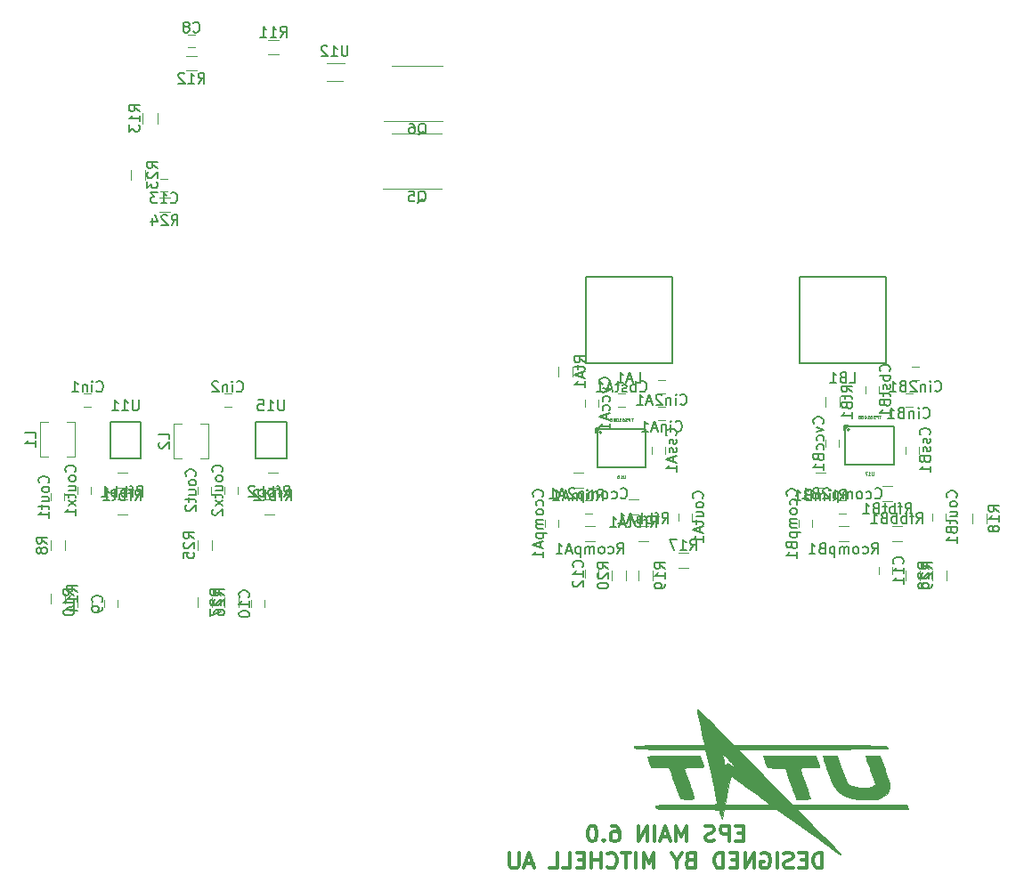
<source format=gbr>
G04 #@! TF.FileFunction,Legend,Bot*
%FSLAX46Y46*%
G04 Gerber Fmt 4.6, Leading zero omitted, Abs format (unit mm)*
G04 Created by KiCad (PCBNEW 4.0.7) date Monday, February 19, 2018 'AMt' 01:15:01 AM*
%MOMM*%
%LPD*%
G01*
G04 APERTURE LIST*
%ADD10C,0.100000*%
%ADD11C,0.300000*%
%ADD12C,0.120000*%
%ADD13C,0.150000*%
%ADD14C,0.127000*%
%ADD15C,0.010000*%
%ADD16C,0.060960*%
G04 APERTURE END LIST*
D10*
D11*
X167757142Y-131827857D02*
X167257142Y-131827857D01*
X167042856Y-132613571D02*
X167757142Y-132613571D01*
X167757142Y-131113571D01*
X167042856Y-131113571D01*
X166399999Y-132613571D02*
X166399999Y-131113571D01*
X165828571Y-131113571D01*
X165685713Y-131185000D01*
X165614285Y-131256429D01*
X165542856Y-131399286D01*
X165542856Y-131613571D01*
X165614285Y-131756429D01*
X165685713Y-131827857D01*
X165828571Y-131899286D01*
X166399999Y-131899286D01*
X164971428Y-132542143D02*
X164757142Y-132613571D01*
X164399999Y-132613571D01*
X164257142Y-132542143D01*
X164185713Y-132470714D01*
X164114285Y-132327857D01*
X164114285Y-132185000D01*
X164185713Y-132042143D01*
X164257142Y-131970714D01*
X164399999Y-131899286D01*
X164685713Y-131827857D01*
X164828571Y-131756429D01*
X164899999Y-131685000D01*
X164971428Y-131542143D01*
X164971428Y-131399286D01*
X164899999Y-131256429D01*
X164828571Y-131185000D01*
X164685713Y-131113571D01*
X164328571Y-131113571D01*
X164114285Y-131185000D01*
X162328571Y-132613571D02*
X162328571Y-131113571D01*
X161828571Y-132185000D01*
X161328571Y-131113571D01*
X161328571Y-132613571D01*
X160685714Y-132185000D02*
X159971428Y-132185000D01*
X160828571Y-132613571D02*
X160328571Y-131113571D01*
X159828571Y-132613571D01*
X159328571Y-132613571D02*
X159328571Y-131113571D01*
X158614285Y-132613571D02*
X158614285Y-131113571D01*
X157757142Y-132613571D01*
X157757142Y-131113571D01*
X155257142Y-131113571D02*
X155542856Y-131113571D01*
X155685713Y-131185000D01*
X155757142Y-131256429D01*
X155899999Y-131470714D01*
X155971428Y-131756429D01*
X155971428Y-132327857D01*
X155899999Y-132470714D01*
X155828571Y-132542143D01*
X155685713Y-132613571D01*
X155399999Y-132613571D01*
X155257142Y-132542143D01*
X155185713Y-132470714D01*
X155114285Y-132327857D01*
X155114285Y-131970714D01*
X155185713Y-131827857D01*
X155257142Y-131756429D01*
X155399999Y-131685000D01*
X155685713Y-131685000D01*
X155828571Y-131756429D01*
X155899999Y-131827857D01*
X155971428Y-131970714D01*
X154471428Y-132470714D02*
X154400000Y-132542143D01*
X154471428Y-132613571D01*
X154542857Y-132542143D01*
X154471428Y-132470714D01*
X154471428Y-132613571D01*
X153471428Y-131113571D02*
X153328571Y-131113571D01*
X153185714Y-131185000D01*
X153114285Y-131256429D01*
X153042856Y-131399286D01*
X152971428Y-131685000D01*
X152971428Y-132042143D01*
X153042856Y-132327857D01*
X153114285Y-132470714D01*
X153185714Y-132542143D01*
X153328571Y-132613571D01*
X153471428Y-132613571D01*
X153614285Y-132542143D01*
X153685714Y-132470714D01*
X153757142Y-132327857D01*
X153828571Y-132042143D01*
X153828571Y-131685000D01*
X153757142Y-131399286D01*
X153685714Y-131256429D01*
X153614285Y-131185000D01*
X153471428Y-131113571D01*
X175257143Y-135163571D02*
X175257143Y-133663571D01*
X174900000Y-133663571D01*
X174685715Y-133735000D01*
X174542857Y-133877857D01*
X174471429Y-134020714D01*
X174400000Y-134306429D01*
X174400000Y-134520714D01*
X174471429Y-134806429D01*
X174542857Y-134949286D01*
X174685715Y-135092143D01*
X174900000Y-135163571D01*
X175257143Y-135163571D01*
X173757143Y-134377857D02*
X173257143Y-134377857D01*
X173042857Y-135163571D02*
X173757143Y-135163571D01*
X173757143Y-133663571D01*
X173042857Y-133663571D01*
X172471429Y-135092143D02*
X172257143Y-135163571D01*
X171900000Y-135163571D01*
X171757143Y-135092143D01*
X171685714Y-135020714D01*
X171614286Y-134877857D01*
X171614286Y-134735000D01*
X171685714Y-134592143D01*
X171757143Y-134520714D01*
X171900000Y-134449286D01*
X172185714Y-134377857D01*
X172328572Y-134306429D01*
X172400000Y-134235000D01*
X172471429Y-134092143D01*
X172471429Y-133949286D01*
X172400000Y-133806429D01*
X172328572Y-133735000D01*
X172185714Y-133663571D01*
X171828572Y-133663571D01*
X171614286Y-133735000D01*
X170971429Y-135163571D02*
X170971429Y-133663571D01*
X169471429Y-133735000D02*
X169614286Y-133663571D01*
X169828572Y-133663571D01*
X170042857Y-133735000D01*
X170185715Y-133877857D01*
X170257143Y-134020714D01*
X170328572Y-134306429D01*
X170328572Y-134520714D01*
X170257143Y-134806429D01*
X170185715Y-134949286D01*
X170042857Y-135092143D01*
X169828572Y-135163571D01*
X169685715Y-135163571D01*
X169471429Y-135092143D01*
X169400000Y-135020714D01*
X169400000Y-134520714D01*
X169685715Y-134520714D01*
X168757143Y-135163571D02*
X168757143Y-133663571D01*
X167900000Y-135163571D01*
X167900000Y-133663571D01*
X167185714Y-134377857D02*
X166685714Y-134377857D01*
X166471428Y-135163571D02*
X167185714Y-135163571D01*
X167185714Y-133663571D01*
X166471428Y-133663571D01*
X165828571Y-135163571D02*
X165828571Y-133663571D01*
X165471428Y-133663571D01*
X165257143Y-133735000D01*
X165114285Y-133877857D01*
X165042857Y-134020714D01*
X164971428Y-134306429D01*
X164971428Y-134520714D01*
X165042857Y-134806429D01*
X165114285Y-134949286D01*
X165257143Y-135092143D01*
X165471428Y-135163571D01*
X165828571Y-135163571D01*
X162685714Y-134377857D02*
X162471428Y-134449286D01*
X162400000Y-134520714D01*
X162328571Y-134663571D01*
X162328571Y-134877857D01*
X162400000Y-135020714D01*
X162471428Y-135092143D01*
X162614286Y-135163571D01*
X163185714Y-135163571D01*
X163185714Y-133663571D01*
X162685714Y-133663571D01*
X162542857Y-133735000D01*
X162471428Y-133806429D01*
X162400000Y-133949286D01*
X162400000Y-134092143D01*
X162471428Y-134235000D01*
X162542857Y-134306429D01*
X162685714Y-134377857D01*
X163185714Y-134377857D01*
X161400000Y-134449286D02*
X161400000Y-135163571D01*
X161900000Y-133663571D02*
X161400000Y-134449286D01*
X160900000Y-133663571D01*
X159257143Y-135163571D02*
X159257143Y-133663571D01*
X158757143Y-134735000D01*
X158257143Y-133663571D01*
X158257143Y-135163571D01*
X157542857Y-135163571D02*
X157542857Y-133663571D01*
X157042857Y-133663571D02*
X156185714Y-133663571D01*
X156614285Y-135163571D02*
X156614285Y-133663571D01*
X154828571Y-135020714D02*
X154900000Y-135092143D01*
X155114286Y-135163571D01*
X155257143Y-135163571D01*
X155471428Y-135092143D01*
X155614286Y-134949286D01*
X155685714Y-134806429D01*
X155757143Y-134520714D01*
X155757143Y-134306429D01*
X155685714Y-134020714D01*
X155614286Y-133877857D01*
X155471428Y-133735000D01*
X155257143Y-133663571D01*
X155114286Y-133663571D01*
X154900000Y-133735000D01*
X154828571Y-133806429D01*
X154185714Y-135163571D02*
X154185714Y-133663571D01*
X154185714Y-134377857D02*
X153328571Y-134377857D01*
X153328571Y-135163571D02*
X153328571Y-133663571D01*
X152614285Y-134377857D02*
X152114285Y-134377857D01*
X151899999Y-135163571D02*
X152614285Y-135163571D01*
X152614285Y-133663571D01*
X151899999Y-133663571D01*
X150542856Y-135163571D02*
X151257142Y-135163571D01*
X151257142Y-133663571D01*
X149328570Y-135163571D02*
X150042856Y-135163571D01*
X150042856Y-133663571D01*
X147757142Y-134735000D02*
X147042856Y-134735000D01*
X147899999Y-135163571D02*
X147399999Y-133663571D01*
X146899999Y-135163571D01*
X146399999Y-133663571D02*
X146399999Y-134877857D01*
X146328571Y-135020714D01*
X146257142Y-135092143D01*
X146114285Y-135163571D01*
X145828571Y-135163571D01*
X145685713Y-135092143D01*
X145614285Y-135020714D01*
X145542856Y-134877857D01*
X145542856Y-133663571D01*
D12*
X139107500Y-65295000D02*
X134307500Y-65295000D01*
X139107500Y-70495000D02*
X133507500Y-70495000D01*
X139147500Y-58855000D02*
X134347500Y-58855000D01*
X139147500Y-64055000D02*
X133547500Y-64055000D01*
X105750000Y-90040000D02*
X105050000Y-90040000D01*
X105050000Y-91240000D02*
X105750000Y-91240000D01*
X119080000Y-90040000D02*
X118380000Y-90040000D01*
X118380000Y-91240000D02*
X119080000Y-91240000D01*
X101940000Y-99500000D02*
X101940000Y-100200000D01*
X103140000Y-100200000D02*
X103140000Y-99500000D01*
X115910000Y-98860000D02*
X115910000Y-99560000D01*
X117110000Y-99560000D02*
X117110000Y-98860000D01*
X104480000Y-98860000D02*
X104480000Y-99560000D01*
X105680000Y-99560000D02*
X105680000Y-98860000D01*
X118450000Y-98860000D02*
X118450000Y-99560000D01*
X119650000Y-99560000D02*
X119650000Y-98860000D01*
X101640000Y-92746000D02*
X100916000Y-92746000D01*
X100916000Y-92746000D02*
X100916000Y-95994000D01*
X100916000Y-95994000D02*
X101640000Y-95994000D01*
X103440000Y-92746000D02*
X104164000Y-92746000D01*
X104164000Y-92746000D02*
X104164000Y-95994000D01*
X104164000Y-95994000D02*
X103440000Y-95994000D01*
X114340000Y-92906000D02*
X113616000Y-92906000D01*
X113616000Y-92906000D02*
X113616000Y-96154000D01*
X113616000Y-96154000D02*
X114340000Y-96154000D01*
X116140000Y-92906000D02*
X116864000Y-92906000D01*
X116864000Y-92906000D02*
X116864000Y-96154000D01*
X116864000Y-96154000D02*
X116140000Y-96154000D01*
X103220000Y-104940000D02*
X103220000Y-103940000D01*
X101860000Y-103940000D02*
X101860000Y-104940000D01*
X105760000Y-110360000D02*
X105760000Y-109360000D01*
X104400000Y-109360000D02*
X104400000Y-110360000D01*
X101860000Y-109020000D02*
X101860000Y-110020000D01*
X103220000Y-110020000D02*
X103220000Y-109020000D01*
X117190000Y-104940000D02*
X117190000Y-103940000D01*
X115830000Y-103940000D02*
X115830000Y-104940000D01*
X115830000Y-109360000D02*
X115830000Y-110360000D01*
X117190000Y-110360000D02*
X117190000Y-109360000D01*
X119730000Y-110360000D02*
X119730000Y-109360000D01*
X118370000Y-109360000D02*
X118370000Y-110360000D01*
X108220000Y-101480000D02*
X109220000Y-101480000D01*
X109220000Y-100120000D02*
X108220000Y-100120000D01*
X122190000Y-101480000D02*
X123190000Y-101480000D01*
X123190000Y-100120000D02*
X122190000Y-100120000D01*
X109220000Y-97580000D02*
X108220000Y-97580000D01*
X108220000Y-98940000D02*
X109220000Y-98940000D01*
X123530000Y-97580000D02*
X122530000Y-97580000D01*
X122530000Y-98940000D02*
X123530000Y-98940000D01*
D13*
X121410000Y-92750000D02*
X121410000Y-94980000D01*
X121650000Y-92750000D02*
X121410000Y-92750000D01*
X124310000Y-92750000D02*
X121650000Y-92750000D01*
X124310000Y-96150000D02*
X124310000Y-92750000D01*
X121410000Y-96150000D02*
X124310000Y-96150000D01*
X121410000Y-94980000D02*
X121410000Y-96150000D01*
X107560000Y-92750000D02*
X107560000Y-94980000D01*
X107800000Y-92750000D02*
X107560000Y-92750000D01*
X110460000Y-92750000D02*
X107800000Y-92750000D01*
X110460000Y-96150000D02*
X110460000Y-92750000D01*
X107560000Y-96150000D02*
X110460000Y-96150000D01*
X107560000Y-94980000D02*
X107560000Y-96150000D01*
D12*
X156550000Y-90040000D02*
X155850000Y-90040000D01*
X155850000Y-91240000D02*
X156550000Y-91240000D01*
X180610000Y-90040000D02*
X180610000Y-89340000D01*
X179410000Y-89340000D02*
X179410000Y-90040000D01*
X153370000Y-100200000D02*
X152670000Y-100200000D01*
X152670000Y-101400000D02*
X153370000Y-101400000D01*
X177500000Y-100200000D02*
X176800000Y-100200000D01*
X176800000Y-101400000D02*
X177500000Y-101400000D01*
X148930000Y-102040000D02*
X148930000Y-102740000D01*
X150130000Y-102740000D02*
X150130000Y-102040000D01*
X173060000Y-102040000D02*
X173060000Y-102740000D01*
X174260000Y-102740000D02*
X174260000Y-102040000D01*
X159660000Y-89970000D02*
X160360000Y-89970000D01*
X160360000Y-88770000D02*
X159660000Y-88770000D01*
X183790000Y-88700000D02*
X184490000Y-88700000D01*
X184490000Y-87500000D02*
X183790000Y-87500000D01*
X159660000Y-92510000D02*
X160360000Y-92510000D01*
X160360000Y-91310000D02*
X159660000Y-91310000D01*
X183150000Y-91240000D02*
X183850000Y-91240000D01*
X183850000Y-90040000D02*
X183150000Y-90040000D01*
X162830000Y-102100000D02*
X162830000Y-101400000D01*
X161630000Y-101400000D02*
X161630000Y-102100000D01*
X186960000Y-102100000D02*
X186960000Y-101400000D01*
X185760000Y-101400000D02*
X185760000Y-102100000D01*
X160290000Y-95750000D02*
X160290000Y-95050000D01*
X159090000Y-95050000D02*
X159090000Y-95750000D01*
X184420000Y-95750000D02*
X184420000Y-95050000D01*
X183220000Y-95050000D02*
X183220000Y-95750000D01*
X153940000Y-91310000D02*
X153940000Y-90610000D01*
X152740000Y-90610000D02*
X152740000Y-91310000D01*
X175600000Y-94420000D02*
X175600000Y-95120000D01*
X176800000Y-95120000D02*
X176800000Y-94420000D01*
D13*
X152790000Y-78920000D02*
X160990000Y-78920000D01*
X152790000Y-87120000D02*
X152790000Y-78920000D01*
X160990000Y-87120000D02*
X152790000Y-87120000D01*
X160990000Y-78920000D02*
X160990000Y-87120000D01*
X173110000Y-78920000D02*
X181310000Y-78920000D01*
X173110000Y-87120000D02*
X173110000Y-78920000D01*
X181310000Y-87120000D02*
X173110000Y-87120000D01*
X181310000Y-78920000D02*
X181310000Y-87120000D01*
D12*
X153670000Y-102660000D02*
X152670000Y-102660000D01*
X152670000Y-104020000D02*
X153670000Y-104020000D01*
X177800000Y-102660000D02*
X176800000Y-102660000D01*
X176800000Y-104020000D02*
X177800000Y-104020000D01*
X157750000Y-104020000D02*
X158750000Y-104020000D01*
X158750000Y-102660000D02*
X157750000Y-102660000D01*
X181880000Y-104020000D02*
X182880000Y-104020000D01*
X182880000Y-102660000D02*
X181880000Y-102660000D01*
X157820000Y-100120000D02*
X156820000Y-100120000D01*
X156820000Y-101480000D02*
X157820000Y-101480000D01*
X181950000Y-98850000D02*
X180950000Y-98850000D01*
X180950000Y-100210000D02*
X181950000Y-100210000D01*
X152570000Y-97580000D02*
X151570000Y-97580000D01*
X151570000Y-98940000D02*
X152570000Y-98940000D01*
X175600000Y-97580000D02*
X174600000Y-97580000D01*
X174600000Y-98940000D02*
X175600000Y-98940000D01*
X150120000Y-87430000D02*
X150120000Y-88430000D01*
X151480000Y-88430000D02*
X151480000Y-87430000D01*
X175520000Y-90310000D02*
X175520000Y-91310000D01*
X176880000Y-91310000D02*
X176880000Y-90310000D01*
D14*
X153748940Y-93718480D02*
X153748940Y-93319700D01*
X153748940Y-93319700D02*
X154150260Y-93319700D01*
X154150260Y-93319700D02*
X153748940Y-93718480D01*
X158450480Y-93418760D02*
X153848000Y-93418760D01*
X153848000Y-97020480D02*
X158450480Y-97020480D01*
X154249320Y-93718480D02*
G75*
G03X154249320Y-93718480I-101600J0D01*
G01*
X158450480Y-97020480D02*
X158450480Y-93418760D01*
X153848000Y-93418760D02*
X153848000Y-97020480D01*
X177340460Y-93449240D02*
X177340460Y-93050460D01*
X177340460Y-93050460D02*
X177741780Y-93050460D01*
X177741780Y-93050460D02*
X177340460Y-93449240D01*
X182042000Y-93149520D02*
X177439520Y-93149520D01*
X177439520Y-96751240D02*
X182042000Y-96751240D01*
X177840840Y-93449240D02*
G75*
G03X177840840Y-93449240I-101600J0D01*
G01*
X182042000Y-96751240D02*
X182042000Y-93149520D01*
X177439520Y-93149520D02*
X177439520Y-96751240D01*
D12*
X107020000Y-109660000D02*
X107020000Y-110360000D01*
X108220000Y-110360000D02*
X108220000Y-109660000D01*
X120990000Y-109660000D02*
X120990000Y-110360000D01*
X122190000Y-110360000D02*
X122190000Y-109660000D01*
X181880000Y-107180000D02*
X181880000Y-106480000D01*
X180680000Y-106480000D02*
X180680000Y-107180000D01*
X152740000Y-106800000D02*
X152740000Y-107500000D01*
X153940000Y-107500000D02*
X153940000Y-106800000D01*
X161560000Y-106560000D02*
X162560000Y-106560000D01*
X162560000Y-105200000D02*
X161560000Y-105200000D01*
X189490000Y-101400000D02*
X189490000Y-102400000D01*
X190850000Y-102400000D02*
X190850000Y-101400000D01*
X157740000Y-106820000D02*
X157740000Y-107820000D01*
X159100000Y-107820000D02*
X159100000Y-106820000D01*
X156560000Y-107820000D02*
X156560000Y-106820000D01*
X155200000Y-106820000D02*
X155200000Y-107820000D01*
X187040000Y-107820000D02*
X187040000Y-106820000D01*
X185680000Y-106820000D02*
X185680000Y-107820000D01*
X183140000Y-106820000D02*
X183140000Y-107820000D01*
X184500000Y-107820000D02*
X184500000Y-106820000D01*
X112330000Y-70790000D02*
X113030000Y-70790000D01*
X113030000Y-69590000D02*
X112330000Y-69590000D01*
X122580000Y-57780000D02*
X123580000Y-57780000D01*
X123580000Y-56420000D02*
X122580000Y-56420000D01*
X115790000Y-57930000D02*
X114790000Y-57930000D01*
X114790000Y-59290000D02*
X115790000Y-59290000D01*
X112020000Y-64310000D02*
X112020000Y-63310000D01*
X110660000Y-63310000D02*
X110660000Y-64310000D01*
X109480000Y-68720000D02*
X109480000Y-69720000D01*
X110840000Y-69720000D02*
X110840000Y-68720000D01*
X113230000Y-71410000D02*
X112230000Y-71410000D01*
X112230000Y-72770000D02*
X113230000Y-72770000D01*
X115640000Y-55870000D02*
X114940000Y-55870000D01*
X114940000Y-57070000D02*
X115640000Y-57070000D01*
X129835000Y-58610000D02*
X128135000Y-58610000D01*
X129685000Y-60310000D02*
X128135000Y-60310000D01*
D15*
G36*
X163384481Y-120040565D02*
X163371618Y-120088558D01*
X163378414Y-120201434D01*
X163408278Y-120397216D01*
X163464616Y-120693924D01*
X163550835Y-121109579D01*
X163670342Y-121662204D01*
X163815035Y-122317977D01*
X163902915Y-122720042D01*
X163974500Y-123059134D01*
X164022125Y-123298140D01*
X164038194Y-123398359D01*
X163953193Y-123415090D01*
X163710960Y-123430518D01*
X163330647Y-123444215D01*
X162831410Y-123455754D01*
X162232403Y-123464706D01*
X161552778Y-123470645D01*
X160811692Y-123473143D01*
X160686805Y-123473195D01*
X159937608Y-123474872D01*
X159246820Y-123479653D01*
X158633584Y-123487158D01*
X158117044Y-123497011D01*
X157716344Y-123508832D01*
X157450628Y-123522245D01*
X157339039Y-123536871D01*
X157336767Y-123539340D01*
X157345330Y-123610726D01*
X157378616Y-123669217D01*
X157452811Y-123716244D01*
X157584107Y-123753235D01*
X157788691Y-123781621D01*
X158082753Y-123802832D01*
X158482482Y-123818297D01*
X159004066Y-123829446D01*
X159663695Y-123837710D01*
X160477558Y-123844517D01*
X160819565Y-123846943D01*
X164162344Y-123870070D01*
X164396463Y-124928403D01*
X164612282Y-125906992D01*
X164801110Y-126769329D01*
X164961008Y-127506342D01*
X165090034Y-128108956D01*
X165186250Y-128568101D01*
X165247713Y-128874702D01*
X165272485Y-129019687D01*
X165272917Y-129026900D01*
X165184818Y-129055455D01*
X164920741Y-129078642D01*
X164481015Y-129096454D01*
X163865970Y-129108879D01*
X163075936Y-129115908D01*
X162318403Y-129117639D01*
X161549926Y-129119984D01*
X160871944Y-129126731D01*
X160300245Y-129137446D01*
X159850616Y-129151698D01*
X159538845Y-129169053D01*
X159380721Y-129189079D01*
X159363889Y-129198620D01*
X159365781Y-129293939D01*
X159382912Y-129370748D01*
X159432468Y-129431045D01*
X159531632Y-129476828D01*
X159697589Y-129510094D01*
X159947523Y-129532842D01*
X160298619Y-129547069D01*
X160768061Y-129554774D01*
X161373033Y-129557955D01*
X162130720Y-129558609D01*
X162460130Y-129558611D01*
X163301134Y-129559974D01*
X163979972Y-129564411D01*
X164510852Y-129572446D01*
X164907978Y-129584603D01*
X165185556Y-129601406D01*
X165357792Y-129623379D01*
X165438892Y-129651045D01*
X165449797Y-129668854D01*
X165475557Y-129859285D01*
X165537452Y-130091547D01*
X165614395Y-130302286D01*
X165685299Y-130428152D01*
X165706672Y-130440556D01*
X165758559Y-130361505D01*
X165811704Y-130159317D01*
X165837856Y-129999583D01*
X165896353Y-129558611D01*
X170938164Y-129558611D01*
X172096339Y-130380652D01*
X172594483Y-130735666D01*
X173174099Y-131151033D01*
X173774283Y-131582980D01*
X174334133Y-131987731D01*
X174519769Y-132122492D01*
X175267392Y-132665002D01*
X175876360Y-133104707D01*
X176349752Y-133443798D01*
X176690646Y-133684467D01*
X176902123Y-133828906D01*
X176987261Y-133879306D01*
X176988079Y-133879397D01*
X176993937Y-133817617D01*
X176988079Y-133799494D01*
X176921224Y-133719384D01*
X176745048Y-133529224D01*
X176474286Y-133244351D01*
X176123676Y-132880101D01*
X175707957Y-132451813D01*
X175241865Y-131974823D01*
X174912467Y-131639417D01*
X172866253Y-129559985D01*
X178141676Y-129537249D01*
X183417099Y-129514514D01*
X183343683Y-129316076D01*
X183270267Y-129117639D01*
X172436165Y-129117639D01*
X170333904Y-129117639D01*
X166012328Y-129117639D01*
X166272961Y-127772674D01*
X166363849Y-127309274D01*
X166444012Y-126911089D01*
X166507190Y-126608408D01*
X166547118Y-126431522D01*
X166557050Y-126398625D01*
X166632112Y-126437936D01*
X166823731Y-126565479D01*
X167107087Y-126764007D01*
X167457358Y-127016273D01*
X167668551Y-127170950D01*
X168132739Y-127512250D01*
X168627493Y-127875021D01*
X169098371Y-128219402D01*
X169490934Y-128505535D01*
X169545251Y-128544999D01*
X170333904Y-129117639D01*
X172436165Y-129117639D01*
X169829213Y-126493854D01*
X169192581Y-125853111D01*
X167294917Y-125853111D01*
X167293430Y-125854444D01*
X167203443Y-125805577D01*
X167014487Y-125677581D01*
X166772222Y-125501667D01*
X166523055Y-125322653D01*
X166328711Y-125195693D01*
X166233070Y-125148889D01*
X166158236Y-125221931D01*
X166104848Y-125343917D01*
X166064143Y-125412680D01*
X166014799Y-125357424D01*
X165947208Y-125160032D01*
X165883743Y-124927018D01*
X165808645Y-124625106D01*
X165759142Y-124399872D01*
X165744926Y-124295836D01*
X165745850Y-124293780D01*
X165812191Y-124344337D01*
X165978167Y-124497763D01*
X166219728Y-124731169D01*
X166512827Y-125021663D01*
X166554485Y-125063456D01*
X166846568Y-125360476D01*
X167081838Y-125606616D01*
X167238539Y-125778589D01*
X167294917Y-125853111D01*
X169192581Y-125853111D01*
X167222261Y-123870070D01*
X174361478Y-123847502D01*
X175466494Y-123843219D01*
X176519161Y-123837600D01*
X177506358Y-123830807D01*
X178414965Y-123823004D01*
X179231861Y-123814352D01*
X179943926Y-123805012D01*
X180538040Y-123795148D01*
X181001082Y-123784921D01*
X181319932Y-123774494D01*
X181481470Y-123764028D01*
X181499344Y-123759308D01*
X181495780Y-123707758D01*
X181479921Y-123662711D01*
X181440630Y-123623733D01*
X181366765Y-123590391D01*
X181247187Y-123562253D01*
X181070757Y-123538885D01*
X180826334Y-123519855D01*
X180502778Y-123504729D01*
X180088951Y-123493074D01*
X179573712Y-123484459D01*
X178945922Y-123478448D01*
X178194440Y-123474611D01*
X177308127Y-123472512D01*
X176275844Y-123471721D01*
X175086450Y-123471803D01*
X174111752Y-123472166D01*
X166868008Y-123475177D01*
X165150775Y-121733340D01*
X164702416Y-121281969D01*
X164294225Y-120877563D01*
X163942392Y-120535636D01*
X163663105Y-120271703D01*
X163472553Y-120101280D01*
X163386925Y-120039882D01*
X163384481Y-120040565D01*
X163384481Y-120040565D01*
G37*
X163384481Y-120040565D02*
X163371618Y-120088558D01*
X163378414Y-120201434D01*
X163408278Y-120397216D01*
X163464616Y-120693924D01*
X163550835Y-121109579D01*
X163670342Y-121662204D01*
X163815035Y-122317977D01*
X163902915Y-122720042D01*
X163974500Y-123059134D01*
X164022125Y-123298140D01*
X164038194Y-123398359D01*
X163953193Y-123415090D01*
X163710960Y-123430518D01*
X163330647Y-123444215D01*
X162831410Y-123455754D01*
X162232403Y-123464706D01*
X161552778Y-123470645D01*
X160811692Y-123473143D01*
X160686805Y-123473195D01*
X159937608Y-123474872D01*
X159246820Y-123479653D01*
X158633584Y-123487158D01*
X158117044Y-123497011D01*
X157716344Y-123508832D01*
X157450628Y-123522245D01*
X157339039Y-123536871D01*
X157336767Y-123539340D01*
X157345330Y-123610726D01*
X157378616Y-123669217D01*
X157452811Y-123716244D01*
X157584107Y-123753235D01*
X157788691Y-123781621D01*
X158082753Y-123802832D01*
X158482482Y-123818297D01*
X159004066Y-123829446D01*
X159663695Y-123837710D01*
X160477558Y-123844517D01*
X160819565Y-123846943D01*
X164162344Y-123870070D01*
X164396463Y-124928403D01*
X164612282Y-125906992D01*
X164801110Y-126769329D01*
X164961008Y-127506342D01*
X165090034Y-128108956D01*
X165186250Y-128568101D01*
X165247713Y-128874702D01*
X165272485Y-129019687D01*
X165272917Y-129026900D01*
X165184818Y-129055455D01*
X164920741Y-129078642D01*
X164481015Y-129096454D01*
X163865970Y-129108879D01*
X163075936Y-129115908D01*
X162318403Y-129117639D01*
X161549926Y-129119984D01*
X160871944Y-129126731D01*
X160300245Y-129137446D01*
X159850616Y-129151698D01*
X159538845Y-129169053D01*
X159380721Y-129189079D01*
X159363889Y-129198620D01*
X159365781Y-129293939D01*
X159382912Y-129370748D01*
X159432468Y-129431045D01*
X159531632Y-129476828D01*
X159697589Y-129510094D01*
X159947523Y-129532842D01*
X160298619Y-129547069D01*
X160768061Y-129554774D01*
X161373033Y-129557955D01*
X162130720Y-129558609D01*
X162460130Y-129558611D01*
X163301134Y-129559974D01*
X163979972Y-129564411D01*
X164510852Y-129572446D01*
X164907978Y-129584603D01*
X165185556Y-129601406D01*
X165357792Y-129623379D01*
X165438892Y-129651045D01*
X165449797Y-129668854D01*
X165475557Y-129859285D01*
X165537452Y-130091547D01*
X165614395Y-130302286D01*
X165685299Y-130428152D01*
X165706672Y-130440556D01*
X165758559Y-130361505D01*
X165811704Y-130159317D01*
X165837856Y-129999583D01*
X165896353Y-129558611D01*
X170938164Y-129558611D01*
X172096339Y-130380652D01*
X172594483Y-130735666D01*
X173174099Y-131151033D01*
X173774283Y-131582980D01*
X174334133Y-131987731D01*
X174519769Y-132122492D01*
X175267392Y-132665002D01*
X175876360Y-133104707D01*
X176349752Y-133443798D01*
X176690646Y-133684467D01*
X176902123Y-133828906D01*
X176987261Y-133879306D01*
X176988079Y-133879397D01*
X176993937Y-133817617D01*
X176988079Y-133799494D01*
X176921224Y-133719384D01*
X176745048Y-133529224D01*
X176474286Y-133244351D01*
X176123676Y-132880101D01*
X175707957Y-132451813D01*
X175241865Y-131974823D01*
X174912467Y-131639417D01*
X172866253Y-129559985D01*
X178141676Y-129537249D01*
X183417099Y-129514514D01*
X183343683Y-129316076D01*
X183270267Y-129117639D01*
X172436165Y-129117639D01*
X170333904Y-129117639D01*
X166012328Y-129117639D01*
X166272961Y-127772674D01*
X166363849Y-127309274D01*
X166444012Y-126911089D01*
X166507190Y-126608408D01*
X166547118Y-126431522D01*
X166557050Y-126398625D01*
X166632112Y-126437936D01*
X166823731Y-126565479D01*
X167107087Y-126764007D01*
X167457358Y-127016273D01*
X167668551Y-127170950D01*
X168132739Y-127512250D01*
X168627493Y-127875021D01*
X169098371Y-128219402D01*
X169490934Y-128505535D01*
X169545251Y-128544999D01*
X170333904Y-129117639D01*
X172436165Y-129117639D01*
X169829213Y-126493854D01*
X169192581Y-125853111D01*
X167294917Y-125853111D01*
X167293430Y-125854444D01*
X167203443Y-125805577D01*
X167014487Y-125677581D01*
X166772222Y-125501667D01*
X166523055Y-125322653D01*
X166328711Y-125195693D01*
X166233070Y-125148889D01*
X166158236Y-125221931D01*
X166104848Y-125343917D01*
X166064143Y-125412680D01*
X166014799Y-125357424D01*
X165947208Y-125160032D01*
X165883743Y-124927018D01*
X165808645Y-124625106D01*
X165759142Y-124399872D01*
X165744926Y-124295836D01*
X165745850Y-124293780D01*
X165812191Y-124344337D01*
X165978167Y-124497763D01*
X166219728Y-124731169D01*
X166512827Y-125021663D01*
X166554485Y-125063456D01*
X166846568Y-125360476D01*
X167081838Y-125606616D01*
X167238539Y-125778589D01*
X167294917Y-125853111D01*
X169192581Y-125853111D01*
X167222261Y-123870070D01*
X174361478Y-123847502D01*
X175466494Y-123843219D01*
X176519161Y-123837600D01*
X177506358Y-123830807D01*
X178414965Y-123823004D01*
X179231861Y-123814352D01*
X179943926Y-123805012D01*
X180538040Y-123795148D01*
X181001082Y-123784921D01*
X181319932Y-123774494D01*
X181481470Y-123764028D01*
X181499344Y-123759308D01*
X181495780Y-123707758D01*
X181479921Y-123662711D01*
X181440630Y-123623733D01*
X181366765Y-123590391D01*
X181247187Y-123562253D01*
X181070757Y-123538885D01*
X180826334Y-123519855D01*
X180502778Y-123504729D01*
X180088951Y-123493074D01*
X179573712Y-123484459D01*
X178945922Y-123478448D01*
X178194440Y-123474611D01*
X177308127Y-123472512D01*
X176275844Y-123471721D01*
X175086450Y-123471803D01*
X174111752Y-123472166D01*
X166868008Y-123475177D01*
X165150775Y-121733340D01*
X164702416Y-121281969D01*
X164294225Y-120877563D01*
X163942392Y-120535636D01*
X163663105Y-120271703D01*
X163472553Y-120101280D01*
X163386925Y-120039882D01*
X163384481Y-120040565D01*
G36*
X175365506Y-124681969D02*
X175427622Y-124895606D01*
X175535638Y-125226354D01*
X175672849Y-125626421D01*
X175822547Y-126048012D01*
X175968027Y-126443333D01*
X176092582Y-126764593D01*
X176099032Y-126780486D01*
X176423277Y-127408236D01*
X176834775Y-127892605D01*
X177354242Y-128253569D01*
X177840625Y-128459913D01*
X178166455Y-128536370D01*
X178607885Y-128594937D01*
X179109267Y-128632949D01*
X179614955Y-128647743D01*
X180069300Y-128636652D01*
X180416656Y-128597011D01*
X180467276Y-128585704D01*
X181006536Y-128392659D01*
X181387908Y-128124905D01*
X181610221Y-127783586D01*
X181673288Y-127408002D01*
X181640551Y-127184357D01*
X181552213Y-126832756D01*
X181418449Y-126388911D01*
X181249431Y-125888532D01*
X181205569Y-125766250D01*
X180741645Y-124487431D01*
X180062836Y-124461672D01*
X179742337Y-124458207D01*
X179503399Y-124472191D01*
X179388462Y-124500675D01*
X179384028Y-124508837D01*
X179412768Y-124613607D01*
X179491817Y-124852536D01*
X179610419Y-125194301D01*
X179757818Y-125607580D01*
X179825000Y-125792956D01*
X179981859Y-126232181D01*
X180114123Y-126618528D01*
X180210890Y-126918896D01*
X180261258Y-127100188D01*
X180265972Y-127131750D01*
X180185960Y-127283969D01*
X179969864Y-127396816D01*
X179653590Y-127470051D01*
X179273046Y-127503436D01*
X178864141Y-127496734D01*
X178462782Y-127449707D01*
X178104877Y-127362115D01*
X177826334Y-127233721D01*
X177722761Y-127148622D01*
X177628162Y-126996134D01*
X177494678Y-126711735D01*
X177337661Y-126331355D01*
X177172462Y-125890927D01*
X177112104Y-125719265D01*
X176687008Y-124487431D01*
X175996506Y-124461482D01*
X175306004Y-124435534D01*
X175365506Y-124681969D01*
X175365506Y-124681969D01*
G37*
X175365506Y-124681969D02*
X175427622Y-124895606D01*
X175535638Y-125226354D01*
X175672849Y-125626421D01*
X175822547Y-126048012D01*
X175968027Y-126443333D01*
X176092582Y-126764593D01*
X176099032Y-126780486D01*
X176423277Y-127408236D01*
X176834775Y-127892605D01*
X177354242Y-128253569D01*
X177840625Y-128459913D01*
X178166455Y-128536370D01*
X178607885Y-128594937D01*
X179109267Y-128632949D01*
X179614955Y-128647743D01*
X180069300Y-128636652D01*
X180416656Y-128597011D01*
X180467276Y-128585704D01*
X181006536Y-128392659D01*
X181387908Y-128124905D01*
X181610221Y-127783586D01*
X181673288Y-127408002D01*
X181640551Y-127184357D01*
X181552213Y-126832756D01*
X181418449Y-126388911D01*
X181249431Y-125888532D01*
X181205569Y-125766250D01*
X180741645Y-124487431D01*
X180062836Y-124461672D01*
X179742337Y-124458207D01*
X179503399Y-124472191D01*
X179388462Y-124500675D01*
X179384028Y-124508837D01*
X179412768Y-124613607D01*
X179491817Y-124852536D01*
X179610419Y-125194301D01*
X179757818Y-125607580D01*
X179825000Y-125792956D01*
X179981859Y-126232181D01*
X180114123Y-126618528D01*
X180210890Y-126918896D01*
X180261258Y-127100188D01*
X180265972Y-127131750D01*
X180185960Y-127283969D01*
X179969864Y-127396816D01*
X179653590Y-127470051D01*
X179273046Y-127503436D01*
X178864141Y-127496734D01*
X178462782Y-127449707D01*
X178104877Y-127362115D01*
X177826334Y-127233721D01*
X177722761Y-127148622D01*
X177628162Y-126996134D01*
X177494678Y-126711735D01*
X177337661Y-126331355D01*
X177172462Y-125890927D01*
X177112104Y-125719265D01*
X176687008Y-124487431D01*
X175996506Y-124461482D01*
X175306004Y-124435534D01*
X175365506Y-124681969D01*
G36*
X169729515Y-124720567D02*
X169809579Y-125005860D01*
X169912759Y-125290636D01*
X170035113Y-125583470D01*
X170884672Y-125608714D01*
X171734230Y-125633958D01*
X172119131Y-126736389D01*
X172277131Y-127186928D01*
X172427610Y-127612467D01*
X172554141Y-127966776D01*
X172640298Y-128203623D01*
X172644033Y-128213646D01*
X172784033Y-128588472D01*
X173438197Y-128588472D01*
X173786488Y-128581118D01*
X173990017Y-128554939D01*
X174079954Y-128503761D01*
X174092361Y-128458900D01*
X174063405Y-128335140D01*
X173983423Y-128077219D01*
X173862744Y-127716346D01*
X173711695Y-127283735D01*
X173607292Y-126993088D01*
X173443697Y-126540454D01*
X173303653Y-126149220D01*
X173197270Y-125847933D01*
X173134659Y-125665142D01*
X173122222Y-125623355D01*
X173204341Y-125609605D01*
X173426406Y-125598591D01*
X173751979Y-125591630D01*
X174048264Y-125589861D01*
X174428398Y-125582737D01*
X174732913Y-125563473D01*
X174925380Y-125535229D01*
X174974305Y-125509515D01*
X174944775Y-125389318D01*
X174868252Y-125160191D01*
X174785677Y-124936251D01*
X174597048Y-124443333D01*
X169668624Y-124443333D01*
X169729515Y-124720567D01*
X169729515Y-124720567D01*
G37*
X169729515Y-124720567D02*
X169809579Y-125005860D01*
X169912759Y-125290636D01*
X170035113Y-125583470D01*
X170884672Y-125608714D01*
X171734230Y-125633958D01*
X172119131Y-126736389D01*
X172277131Y-127186928D01*
X172427610Y-127612467D01*
X172554141Y-127966776D01*
X172640298Y-128203623D01*
X172644033Y-128213646D01*
X172784033Y-128588472D01*
X173438197Y-128588472D01*
X173786488Y-128581118D01*
X173990017Y-128554939D01*
X174079954Y-128503761D01*
X174092361Y-128458900D01*
X174063405Y-128335140D01*
X173983423Y-128077219D01*
X173862744Y-127716346D01*
X173711695Y-127283735D01*
X173607292Y-126993088D01*
X173443697Y-126540454D01*
X173303653Y-126149220D01*
X173197270Y-125847933D01*
X173134659Y-125665142D01*
X173122222Y-125623355D01*
X173204341Y-125609605D01*
X173426406Y-125598591D01*
X173751979Y-125591630D01*
X174048264Y-125589861D01*
X174428398Y-125582737D01*
X174732913Y-125563473D01*
X174925380Y-125535229D01*
X174974305Y-125509515D01*
X174944775Y-125389318D01*
X174868252Y-125160191D01*
X174785677Y-124936251D01*
X174597048Y-124443333D01*
X169668624Y-124443333D01*
X169729515Y-124720567D01*
G36*
X160343128Y-124445467D02*
X159728756Y-124452210D01*
X159265925Y-124464081D01*
X158942235Y-124481596D01*
X158745285Y-124505271D01*
X158662675Y-124535623D01*
X158658333Y-124545942D01*
X158684333Y-124681941D01*
X158751246Y-124922973D01*
X158812674Y-125118568D01*
X158967014Y-125588584D01*
X159819199Y-125589223D01*
X160671385Y-125589861D01*
X160897809Y-126185174D01*
X161028870Y-126538833D01*
X161189723Y-126986045D01*
X161354016Y-127453144D01*
X161426240Y-127662431D01*
X161728248Y-128544375D01*
X162398152Y-128570134D01*
X162758814Y-128575957D01*
X162970789Y-128556954D01*
X163060489Y-128509608D01*
X163068055Y-128480935D01*
X163039401Y-128362406D01*
X162960214Y-128108933D01*
X162840656Y-127751192D01*
X162690891Y-127319855D01*
X162582986Y-127016853D01*
X162419983Y-126561217D01*
X162280312Y-126166458D01*
X162173965Y-125861171D01*
X162110936Y-125673954D01*
X162097917Y-125628794D01*
X162180034Y-125612811D01*
X162402097Y-125600008D01*
X162727668Y-125591917D01*
X163023958Y-125589861D01*
X163425925Y-125582250D01*
X163732862Y-125561289D01*
X163914111Y-125529789D01*
X163950000Y-125504975D01*
X163921000Y-125381719D01*
X163845943Y-125150294D01*
X163767274Y-124931711D01*
X163584549Y-124443333D01*
X161121441Y-124443333D01*
X160343128Y-124445467D01*
X160343128Y-124445467D01*
G37*
X160343128Y-124445467D02*
X159728756Y-124452210D01*
X159265925Y-124464081D01*
X158942235Y-124481596D01*
X158745285Y-124505271D01*
X158662675Y-124535623D01*
X158658333Y-124545942D01*
X158684333Y-124681941D01*
X158751246Y-124922973D01*
X158812674Y-125118568D01*
X158967014Y-125588584D01*
X159819199Y-125589223D01*
X160671385Y-125589861D01*
X160897809Y-126185174D01*
X161028870Y-126538833D01*
X161189723Y-126986045D01*
X161354016Y-127453144D01*
X161426240Y-127662431D01*
X161728248Y-128544375D01*
X162398152Y-128570134D01*
X162758814Y-128575957D01*
X162970789Y-128556954D01*
X163060489Y-128509608D01*
X163068055Y-128480935D01*
X163039401Y-128362406D01*
X162960214Y-128108933D01*
X162840656Y-127751192D01*
X162690891Y-127319855D01*
X162582986Y-127016853D01*
X162419983Y-126561217D01*
X162280312Y-126166458D01*
X162173965Y-125861171D01*
X162110936Y-125673954D01*
X162097917Y-125628794D01*
X162180034Y-125612811D01*
X162402097Y-125600008D01*
X162727668Y-125591917D01*
X163023958Y-125589861D01*
X163425925Y-125582250D01*
X163732862Y-125561289D01*
X163914111Y-125529789D01*
X163950000Y-125504975D01*
X163921000Y-125381719D01*
X163845943Y-125150294D01*
X163767274Y-124931711D01*
X163584549Y-124443333D01*
X161121441Y-124443333D01*
X160343128Y-124445467D01*
D13*
X136802738Y-71842619D02*
X136897976Y-71795000D01*
X136993214Y-71699762D01*
X137136071Y-71556905D01*
X137231310Y-71509286D01*
X137326548Y-71509286D01*
X137278929Y-71747381D02*
X137374167Y-71699762D01*
X137469405Y-71604524D01*
X137517024Y-71414048D01*
X137517024Y-71080714D01*
X137469405Y-70890238D01*
X137374167Y-70795000D01*
X137278929Y-70747381D01*
X137088452Y-70747381D01*
X136993214Y-70795000D01*
X136897976Y-70890238D01*
X136850357Y-71080714D01*
X136850357Y-71414048D01*
X136897976Y-71604524D01*
X136993214Y-71699762D01*
X137088452Y-71747381D01*
X137278929Y-71747381D01*
X135945595Y-70747381D02*
X136421786Y-70747381D01*
X136469405Y-71223571D01*
X136421786Y-71175952D01*
X136326548Y-71128333D01*
X136088452Y-71128333D01*
X135993214Y-71175952D01*
X135945595Y-71223571D01*
X135897976Y-71318810D01*
X135897976Y-71556905D01*
X135945595Y-71652143D01*
X135993214Y-71699762D01*
X136088452Y-71747381D01*
X136326548Y-71747381D01*
X136421786Y-71699762D01*
X136469405Y-71652143D01*
X136842738Y-65402619D02*
X136937976Y-65355000D01*
X137033214Y-65259762D01*
X137176071Y-65116905D01*
X137271310Y-65069286D01*
X137366548Y-65069286D01*
X137318929Y-65307381D02*
X137414167Y-65259762D01*
X137509405Y-65164524D01*
X137557024Y-64974048D01*
X137557024Y-64640714D01*
X137509405Y-64450238D01*
X137414167Y-64355000D01*
X137318929Y-64307381D01*
X137128452Y-64307381D01*
X137033214Y-64355000D01*
X136937976Y-64450238D01*
X136890357Y-64640714D01*
X136890357Y-64974048D01*
X136937976Y-65164524D01*
X137033214Y-65259762D01*
X137128452Y-65307381D01*
X137318929Y-65307381D01*
X136033214Y-64307381D02*
X136223691Y-64307381D01*
X136318929Y-64355000D01*
X136366548Y-64402619D01*
X136461786Y-64545476D01*
X136509405Y-64735952D01*
X136509405Y-65116905D01*
X136461786Y-65212143D01*
X136414167Y-65259762D01*
X136318929Y-65307381D01*
X136128452Y-65307381D01*
X136033214Y-65259762D01*
X135985595Y-65212143D01*
X135937976Y-65116905D01*
X135937976Y-64878810D01*
X135985595Y-64783571D01*
X136033214Y-64735952D01*
X136128452Y-64688333D01*
X136318929Y-64688333D01*
X136414167Y-64735952D01*
X136461786Y-64783571D01*
X136509405Y-64878810D01*
X106257142Y-89747143D02*
X106304761Y-89794762D01*
X106447618Y-89842381D01*
X106542856Y-89842381D01*
X106685714Y-89794762D01*
X106780952Y-89699524D01*
X106828571Y-89604286D01*
X106876190Y-89413810D01*
X106876190Y-89270952D01*
X106828571Y-89080476D01*
X106780952Y-88985238D01*
X106685714Y-88890000D01*
X106542856Y-88842381D01*
X106447618Y-88842381D01*
X106304761Y-88890000D01*
X106257142Y-88937619D01*
X105828571Y-89842381D02*
X105828571Y-89175714D01*
X105828571Y-88842381D02*
X105876190Y-88890000D01*
X105828571Y-88937619D01*
X105780952Y-88890000D01*
X105828571Y-88842381D01*
X105828571Y-88937619D01*
X105352381Y-89175714D02*
X105352381Y-89842381D01*
X105352381Y-89270952D02*
X105304762Y-89223333D01*
X105209524Y-89175714D01*
X105066666Y-89175714D01*
X104971428Y-89223333D01*
X104923809Y-89318571D01*
X104923809Y-89842381D01*
X103923809Y-89842381D02*
X104495238Y-89842381D01*
X104209524Y-89842381D02*
X104209524Y-88842381D01*
X104304762Y-88985238D01*
X104400000Y-89080476D01*
X104495238Y-89128095D01*
X119587142Y-89747143D02*
X119634761Y-89794762D01*
X119777618Y-89842381D01*
X119872856Y-89842381D01*
X120015714Y-89794762D01*
X120110952Y-89699524D01*
X120158571Y-89604286D01*
X120206190Y-89413810D01*
X120206190Y-89270952D01*
X120158571Y-89080476D01*
X120110952Y-88985238D01*
X120015714Y-88890000D01*
X119872856Y-88842381D01*
X119777618Y-88842381D01*
X119634761Y-88890000D01*
X119587142Y-88937619D01*
X119158571Y-89842381D02*
X119158571Y-89175714D01*
X119158571Y-88842381D02*
X119206190Y-88890000D01*
X119158571Y-88937619D01*
X119110952Y-88890000D01*
X119158571Y-88842381D01*
X119158571Y-88937619D01*
X118682381Y-89175714D02*
X118682381Y-89842381D01*
X118682381Y-89270952D02*
X118634762Y-89223333D01*
X118539524Y-89175714D01*
X118396666Y-89175714D01*
X118301428Y-89223333D01*
X118253809Y-89318571D01*
X118253809Y-89842381D01*
X117825238Y-88937619D02*
X117777619Y-88890000D01*
X117682381Y-88842381D01*
X117444285Y-88842381D01*
X117349047Y-88890000D01*
X117301428Y-88937619D01*
X117253809Y-89032857D01*
X117253809Y-89128095D01*
X117301428Y-89270952D01*
X117872857Y-89842381D01*
X117253809Y-89842381D01*
X101647143Y-98492857D02*
X101694762Y-98445238D01*
X101742381Y-98302381D01*
X101742381Y-98207143D01*
X101694762Y-98064285D01*
X101599524Y-97969047D01*
X101504286Y-97921428D01*
X101313810Y-97873809D01*
X101170952Y-97873809D01*
X100980476Y-97921428D01*
X100885238Y-97969047D01*
X100790000Y-98064285D01*
X100742381Y-98207143D01*
X100742381Y-98302381D01*
X100790000Y-98445238D01*
X100837619Y-98492857D01*
X101742381Y-99064285D02*
X101694762Y-98969047D01*
X101647143Y-98921428D01*
X101551905Y-98873809D01*
X101266190Y-98873809D01*
X101170952Y-98921428D01*
X101123333Y-98969047D01*
X101075714Y-99064285D01*
X101075714Y-99207143D01*
X101123333Y-99302381D01*
X101170952Y-99350000D01*
X101266190Y-99397619D01*
X101551905Y-99397619D01*
X101647143Y-99350000D01*
X101694762Y-99302381D01*
X101742381Y-99207143D01*
X101742381Y-99064285D01*
X101075714Y-100254762D02*
X101742381Y-100254762D01*
X101075714Y-99826190D02*
X101599524Y-99826190D01*
X101694762Y-99873809D01*
X101742381Y-99969047D01*
X101742381Y-100111905D01*
X101694762Y-100207143D01*
X101647143Y-100254762D01*
X101075714Y-100588095D02*
X101075714Y-100969047D01*
X100742381Y-100730952D02*
X101599524Y-100730952D01*
X101694762Y-100778571D01*
X101742381Y-100873809D01*
X101742381Y-100969047D01*
X101742381Y-101826191D02*
X101742381Y-101254762D01*
X101742381Y-101540476D02*
X100742381Y-101540476D01*
X100885238Y-101445238D01*
X100980476Y-101350000D01*
X101028095Y-101254762D01*
X115617143Y-97852857D02*
X115664762Y-97805238D01*
X115712381Y-97662381D01*
X115712381Y-97567143D01*
X115664762Y-97424285D01*
X115569524Y-97329047D01*
X115474286Y-97281428D01*
X115283810Y-97233809D01*
X115140952Y-97233809D01*
X114950476Y-97281428D01*
X114855238Y-97329047D01*
X114760000Y-97424285D01*
X114712381Y-97567143D01*
X114712381Y-97662381D01*
X114760000Y-97805238D01*
X114807619Y-97852857D01*
X115712381Y-98424285D02*
X115664762Y-98329047D01*
X115617143Y-98281428D01*
X115521905Y-98233809D01*
X115236190Y-98233809D01*
X115140952Y-98281428D01*
X115093333Y-98329047D01*
X115045714Y-98424285D01*
X115045714Y-98567143D01*
X115093333Y-98662381D01*
X115140952Y-98710000D01*
X115236190Y-98757619D01*
X115521905Y-98757619D01*
X115617143Y-98710000D01*
X115664762Y-98662381D01*
X115712381Y-98567143D01*
X115712381Y-98424285D01*
X115045714Y-99614762D02*
X115712381Y-99614762D01*
X115045714Y-99186190D02*
X115569524Y-99186190D01*
X115664762Y-99233809D01*
X115712381Y-99329047D01*
X115712381Y-99471905D01*
X115664762Y-99567143D01*
X115617143Y-99614762D01*
X115045714Y-99948095D02*
X115045714Y-100329047D01*
X114712381Y-100090952D02*
X115569524Y-100090952D01*
X115664762Y-100138571D01*
X115712381Y-100233809D01*
X115712381Y-100329047D01*
X114807619Y-100614762D02*
X114760000Y-100662381D01*
X114712381Y-100757619D01*
X114712381Y-100995715D01*
X114760000Y-101090953D01*
X114807619Y-101138572D01*
X114902857Y-101186191D01*
X114998095Y-101186191D01*
X115140952Y-101138572D01*
X115712381Y-100567143D01*
X115712381Y-101186191D01*
X104187143Y-97448095D02*
X104234762Y-97400476D01*
X104282381Y-97257619D01*
X104282381Y-97162381D01*
X104234762Y-97019523D01*
X104139524Y-96924285D01*
X104044286Y-96876666D01*
X103853810Y-96829047D01*
X103710952Y-96829047D01*
X103520476Y-96876666D01*
X103425238Y-96924285D01*
X103330000Y-97019523D01*
X103282381Y-97162381D01*
X103282381Y-97257619D01*
X103330000Y-97400476D01*
X103377619Y-97448095D01*
X104282381Y-98019523D02*
X104234762Y-97924285D01*
X104187143Y-97876666D01*
X104091905Y-97829047D01*
X103806190Y-97829047D01*
X103710952Y-97876666D01*
X103663333Y-97924285D01*
X103615714Y-98019523D01*
X103615714Y-98162381D01*
X103663333Y-98257619D01*
X103710952Y-98305238D01*
X103806190Y-98352857D01*
X104091905Y-98352857D01*
X104187143Y-98305238D01*
X104234762Y-98257619D01*
X104282381Y-98162381D01*
X104282381Y-98019523D01*
X103615714Y-99210000D02*
X104282381Y-99210000D01*
X103615714Y-98781428D02*
X104139524Y-98781428D01*
X104234762Y-98829047D01*
X104282381Y-98924285D01*
X104282381Y-99067143D01*
X104234762Y-99162381D01*
X104187143Y-99210000D01*
X103615714Y-99543333D02*
X103615714Y-99924285D01*
X103282381Y-99686190D02*
X104139524Y-99686190D01*
X104234762Y-99733809D01*
X104282381Y-99829047D01*
X104282381Y-99924285D01*
X104282381Y-100162381D02*
X103615714Y-100686191D01*
X103615714Y-100162381D02*
X104282381Y-100686191D01*
X104282381Y-101590953D02*
X104282381Y-101019524D01*
X104282381Y-101305238D02*
X103282381Y-101305238D01*
X103425238Y-101210000D01*
X103520476Y-101114762D01*
X103568095Y-101019524D01*
X118157143Y-97448095D02*
X118204762Y-97400476D01*
X118252381Y-97257619D01*
X118252381Y-97162381D01*
X118204762Y-97019523D01*
X118109524Y-96924285D01*
X118014286Y-96876666D01*
X117823810Y-96829047D01*
X117680952Y-96829047D01*
X117490476Y-96876666D01*
X117395238Y-96924285D01*
X117300000Y-97019523D01*
X117252381Y-97162381D01*
X117252381Y-97257619D01*
X117300000Y-97400476D01*
X117347619Y-97448095D01*
X118252381Y-98019523D02*
X118204762Y-97924285D01*
X118157143Y-97876666D01*
X118061905Y-97829047D01*
X117776190Y-97829047D01*
X117680952Y-97876666D01*
X117633333Y-97924285D01*
X117585714Y-98019523D01*
X117585714Y-98162381D01*
X117633333Y-98257619D01*
X117680952Y-98305238D01*
X117776190Y-98352857D01*
X118061905Y-98352857D01*
X118157143Y-98305238D01*
X118204762Y-98257619D01*
X118252381Y-98162381D01*
X118252381Y-98019523D01*
X117585714Y-99210000D02*
X118252381Y-99210000D01*
X117585714Y-98781428D02*
X118109524Y-98781428D01*
X118204762Y-98829047D01*
X118252381Y-98924285D01*
X118252381Y-99067143D01*
X118204762Y-99162381D01*
X118157143Y-99210000D01*
X117585714Y-99543333D02*
X117585714Y-99924285D01*
X117252381Y-99686190D02*
X118109524Y-99686190D01*
X118204762Y-99733809D01*
X118252381Y-99829047D01*
X118252381Y-99924285D01*
X118252381Y-100162381D02*
X117585714Y-100686191D01*
X117585714Y-100162381D02*
X118252381Y-100686191D01*
X117347619Y-101019524D02*
X117300000Y-101067143D01*
X117252381Y-101162381D01*
X117252381Y-101400477D01*
X117300000Y-101495715D01*
X117347619Y-101543334D01*
X117442857Y-101590953D01*
X117538095Y-101590953D01*
X117680952Y-101543334D01*
X118252381Y-100971905D01*
X118252381Y-101590953D01*
X100468381Y-94203334D02*
X100468381Y-93727143D01*
X99468381Y-93727143D01*
X100468381Y-95060477D02*
X100468381Y-94489048D01*
X100468381Y-94774762D02*
X99468381Y-94774762D01*
X99611238Y-94679524D01*
X99706476Y-94584286D01*
X99754095Y-94489048D01*
X113168381Y-94363334D02*
X113168381Y-93887143D01*
X112168381Y-93887143D01*
X112263619Y-94649048D02*
X112216000Y-94696667D01*
X112168381Y-94791905D01*
X112168381Y-95030001D01*
X112216000Y-95125239D01*
X112263619Y-95172858D01*
X112358857Y-95220477D01*
X112454095Y-95220477D01*
X112596952Y-95172858D01*
X113168381Y-94601429D01*
X113168381Y-95220477D01*
X101542381Y-104273334D02*
X101066190Y-103940000D01*
X101542381Y-103701905D02*
X100542381Y-103701905D01*
X100542381Y-104082858D01*
X100590000Y-104178096D01*
X100637619Y-104225715D01*
X100732857Y-104273334D01*
X100875714Y-104273334D01*
X100970952Y-104225715D01*
X101018571Y-104178096D01*
X101066190Y-104082858D01*
X101066190Y-103701905D01*
X100970952Y-104844762D02*
X100923333Y-104749524D01*
X100875714Y-104701905D01*
X100780476Y-104654286D01*
X100732857Y-104654286D01*
X100637619Y-104701905D01*
X100590000Y-104749524D01*
X100542381Y-104844762D01*
X100542381Y-105035239D01*
X100590000Y-105130477D01*
X100637619Y-105178096D01*
X100732857Y-105225715D01*
X100780476Y-105225715D01*
X100875714Y-105178096D01*
X100923333Y-105130477D01*
X100970952Y-105035239D01*
X100970952Y-104844762D01*
X101018571Y-104749524D01*
X101066190Y-104701905D01*
X101161429Y-104654286D01*
X101351905Y-104654286D01*
X101447143Y-104701905D01*
X101494762Y-104749524D01*
X101542381Y-104844762D01*
X101542381Y-105035239D01*
X101494762Y-105130477D01*
X101447143Y-105178096D01*
X101351905Y-105225715D01*
X101161429Y-105225715D01*
X101066190Y-105178096D01*
X101018571Y-105130477D01*
X100970952Y-105035239D01*
X104082381Y-109217143D02*
X103606190Y-108883809D01*
X104082381Y-108645714D02*
X103082381Y-108645714D01*
X103082381Y-109026667D01*
X103130000Y-109121905D01*
X103177619Y-109169524D01*
X103272857Y-109217143D01*
X103415714Y-109217143D01*
X103510952Y-109169524D01*
X103558571Y-109121905D01*
X103606190Y-109026667D01*
X103606190Y-108645714D01*
X104082381Y-110169524D02*
X104082381Y-109598095D01*
X104082381Y-109883809D02*
X103082381Y-109883809D01*
X103225238Y-109788571D01*
X103320476Y-109693333D01*
X103368095Y-109598095D01*
X103082381Y-110788571D02*
X103082381Y-110883810D01*
X103130000Y-110979048D01*
X103177619Y-111026667D01*
X103272857Y-111074286D01*
X103463333Y-111121905D01*
X103701429Y-111121905D01*
X103891905Y-111074286D01*
X103987143Y-111026667D01*
X104034762Y-110979048D01*
X104082381Y-110883810D01*
X104082381Y-110788571D01*
X104034762Y-110693333D01*
X103987143Y-110645714D01*
X103891905Y-110598095D01*
X103701429Y-110550476D01*
X103463333Y-110550476D01*
X103272857Y-110598095D01*
X103177619Y-110645714D01*
X103130000Y-110693333D01*
X103082381Y-110788571D01*
X104442381Y-108877143D02*
X103966190Y-108543809D01*
X104442381Y-108305714D02*
X103442381Y-108305714D01*
X103442381Y-108686667D01*
X103490000Y-108781905D01*
X103537619Y-108829524D01*
X103632857Y-108877143D01*
X103775714Y-108877143D01*
X103870952Y-108829524D01*
X103918571Y-108781905D01*
X103966190Y-108686667D01*
X103966190Y-108305714D01*
X104442381Y-109829524D02*
X104442381Y-109258095D01*
X104442381Y-109543809D02*
X103442381Y-109543809D01*
X103585238Y-109448571D01*
X103680476Y-109353333D01*
X103728095Y-109258095D01*
X103775714Y-110686667D02*
X104442381Y-110686667D01*
X103394762Y-110448571D02*
X104109048Y-110210476D01*
X104109048Y-110829524D01*
X115512381Y-103797143D02*
X115036190Y-103463809D01*
X115512381Y-103225714D02*
X114512381Y-103225714D01*
X114512381Y-103606667D01*
X114560000Y-103701905D01*
X114607619Y-103749524D01*
X114702857Y-103797143D01*
X114845714Y-103797143D01*
X114940952Y-103749524D01*
X114988571Y-103701905D01*
X115036190Y-103606667D01*
X115036190Y-103225714D01*
X114607619Y-104178095D02*
X114560000Y-104225714D01*
X114512381Y-104320952D01*
X114512381Y-104559048D01*
X114560000Y-104654286D01*
X114607619Y-104701905D01*
X114702857Y-104749524D01*
X114798095Y-104749524D01*
X114940952Y-104701905D01*
X115512381Y-104130476D01*
X115512381Y-104749524D01*
X114512381Y-105654286D02*
X114512381Y-105178095D01*
X114988571Y-105130476D01*
X114940952Y-105178095D01*
X114893333Y-105273333D01*
X114893333Y-105511429D01*
X114940952Y-105606667D01*
X114988571Y-105654286D01*
X115083810Y-105701905D01*
X115321905Y-105701905D01*
X115417143Y-105654286D01*
X115464762Y-105606667D01*
X115512381Y-105511429D01*
X115512381Y-105273333D01*
X115464762Y-105178095D01*
X115417143Y-105130476D01*
X118412381Y-109217143D02*
X117936190Y-108883809D01*
X118412381Y-108645714D02*
X117412381Y-108645714D01*
X117412381Y-109026667D01*
X117460000Y-109121905D01*
X117507619Y-109169524D01*
X117602857Y-109217143D01*
X117745714Y-109217143D01*
X117840952Y-109169524D01*
X117888571Y-109121905D01*
X117936190Y-109026667D01*
X117936190Y-108645714D01*
X117507619Y-109598095D02*
X117460000Y-109645714D01*
X117412381Y-109740952D01*
X117412381Y-109979048D01*
X117460000Y-110074286D01*
X117507619Y-110121905D01*
X117602857Y-110169524D01*
X117698095Y-110169524D01*
X117840952Y-110121905D01*
X118412381Y-109550476D01*
X118412381Y-110169524D01*
X117412381Y-111026667D02*
X117412381Y-110836190D01*
X117460000Y-110740952D01*
X117507619Y-110693333D01*
X117650476Y-110598095D01*
X117840952Y-110550476D01*
X118221905Y-110550476D01*
X118317143Y-110598095D01*
X118364762Y-110645714D01*
X118412381Y-110740952D01*
X118412381Y-110931429D01*
X118364762Y-111026667D01*
X118317143Y-111074286D01*
X118221905Y-111121905D01*
X117983810Y-111121905D01*
X117888571Y-111074286D01*
X117840952Y-111026667D01*
X117793333Y-110931429D01*
X117793333Y-110740952D01*
X117840952Y-110645714D01*
X117888571Y-110598095D01*
X117983810Y-110550476D01*
X118052381Y-109217143D02*
X117576190Y-108883809D01*
X118052381Y-108645714D02*
X117052381Y-108645714D01*
X117052381Y-109026667D01*
X117100000Y-109121905D01*
X117147619Y-109169524D01*
X117242857Y-109217143D01*
X117385714Y-109217143D01*
X117480952Y-109169524D01*
X117528571Y-109121905D01*
X117576190Y-109026667D01*
X117576190Y-108645714D01*
X117147619Y-109598095D02*
X117100000Y-109645714D01*
X117052381Y-109740952D01*
X117052381Y-109979048D01*
X117100000Y-110074286D01*
X117147619Y-110121905D01*
X117242857Y-110169524D01*
X117338095Y-110169524D01*
X117480952Y-110121905D01*
X118052381Y-109550476D01*
X118052381Y-110169524D01*
X117052381Y-110502857D02*
X117052381Y-111169524D01*
X118052381Y-110740952D01*
X110077143Y-99802381D02*
X110410477Y-99326190D01*
X110648572Y-99802381D02*
X110648572Y-98802381D01*
X110267619Y-98802381D01*
X110172381Y-98850000D01*
X110124762Y-98897619D01*
X110077143Y-98992857D01*
X110077143Y-99135714D01*
X110124762Y-99230952D01*
X110172381Y-99278571D01*
X110267619Y-99326190D01*
X110648572Y-99326190D01*
X109791429Y-99135714D02*
X109410477Y-99135714D01*
X109648572Y-99802381D02*
X109648572Y-98945238D01*
X109600953Y-98850000D01*
X109505715Y-98802381D01*
X109410477Y-98802381D01*
X109077143Y-99802381D02*
X109077143Y-98802381D01*
X109077143Y-99183333D02*
X108981905Y-99135714D01*
X108791428Y-99135714D01*
X108696190Y-99183333D01*
X108648571Y-99230952D01*
X108600952Y-99326190D01*
X108600952Y-99611905D01*
X108648571Y-99707143D01*
X108696190Y-99754762D01*
X108791428Y-99802381D01*
X108981905Y-99802381D01*
X109077143Y-99754762D01*
X108172381Y-99802381D02*
X108172381Y-98802381D01*
X108172381Y-99183333D02*
X108077143Y-99135714D01*
X107886666Y-99135714D01*
X107791428Y-99183333D01*
X107743809Y-99230952D01*
X107696190Y-99326190D01*
X107696190Y-99611905D01*
X107743809Y-99707143D01*
X107791428Y-99754762D01*
X107886666Y-99802381D01*
X108077143Y-99802381D01*
X108172381Y-99754762D01*
X106743809Y-99802381D02*
X107315238Y-99802381D01*
X107029524Y-99802381D02*
X107029524Y-98802381D01*
X107124762Y-98945238D01*
X107220000Y-99040476D01*
X107315238Y-99088095D01*
X124047143Y-99802381D02*
X124380477Y-99326190D01*
X124618572Y-99802381D02*
X124618572Y-98802381D01*
X124237619Y-98802381D01*
X124142381Y-98850000D01*
X124094762Y-98897619D01*
X124047143Y-98992857D01*
X124047143Y-99135714D01*
X124094762Y-99230952D01*
X124142381Y-99278571D01*
X124237619Y-99326190D01*
X124618572Y-99326190D01*
X123761429Y-99135714D02*
X123380477Y-99135714D01*
X123618572Y-99802381D02*
X123618572Y-98945238D01*
X123570953Y-98850000D01*
X123475715Y-98802381D01*
X123380477Y-98802381D01*
X123047143Y-99802381D02*
X123047143Y-98802381D01*
X123047143Y-99183333D02*
X122951905Y-99135714D01*
X122761428Y-99135714D01*
X122666190Y-99183333D01*
X122618571Y-99230952D01*
X122570952Y-99326190D01*
X122570952Y-99611905D01*
X122618571Y-99707143D01*
X122666190Y-99754762D01*
X122761428Y-99802381D01*
X122951905Y-99802381D01*
X123047143Y-99754762D01*
X122142381Y-99802381D02*
X122142381Y-98802381D01*
X122142381Y-99183333D02*
X122047143Y-99135714D01*
X121856666Y-99135714D01*
X121761428Y-99183333D01*
X121713809Y-99230952D01*
X121666190Y-99326190D01*
X121666190Y-99611905D01*
X121713809Y-99707143D01*
X121761428Y-99754762D01*
X121856666Y-99802381D01*
X122047143Y-99802381D01*
X122142381Y-99754762D01*
X121285238Y-98897619D02*
X121237619Y-98850000D01*
X121142381Y-98802381D01*
X120904285Y-98802381D01*
X120809047Y-98850000D01*
X120761428Y-98897619D01*
X120713809Y-98992857D01*
X120713809Y-99088095D01*
X120761428Y-99230952D01*
X121332857Y-99802381D01*
X120713809Y-99802381D01*
X109910476Y-100162381D02*
X110243810Y-99686190D01*
X110481905Y-100162381D02*
X110481905Y-99162381D01*
X110100952Y-99162381D01*
X110005714Y-99210000D01*
X109958095Y-99257619D01*
X109910476Y-99352857D01*
X109910476Y-99495714D01*
X109958095Y-99590952D01*
X110005714Y-99638571D01*
X110100952Y-99686190D01*
X110481905Y-99686190D01*
X109624762Y-99495714D02*
X109243810Y-99495714D01*
X109481905Y-100162381D02*
X109481905Y-99305238D01*
X109434286Y-99210000D01*
X109339048Y-99162381D01*
X109243810Y-99162381D01*
X108910476Y-100162381D02*
X108910476Y-99162381D01*
X108910476Y-99543333D02*
X108815238Y-99495714D01*
X108624761Y-99495714D01*
X108529523Y-99543333D01*
X108481904Y-99590952D01*
X108434285Y-99686190D01*
X108434285Y-99971905D01*
X108481904Y-100067143D01*
X108529523Y-100114762D01*
X108624761Y-100162381D01*
X108815238Y-100162381D01*
X108910476Y-100114762D01*
X108148571Y-99495714D02*
X107767619Y-99495714D01*
X108005714Y-99162381D02*
X108005714Y-100019524D01*
X107958095Y-100114762D01*
X107862857Y-100162381D01*
X107767619Y-100162381D01*
X106910475Y-100162381D02*
X107481904Y-100162381D01*
X107196190Y-100162381D02*
X107196190Y-99162381D01*
X107291428Y-99305238D01*
X107386666Y-99400476D01*
X107481904Y-99448095D01*
X124220476Y-100162381D02*
X124553810Y-99686190D01*
X124791905Y-100162381D02*
X124791905Y-99162381D01*
X124410952Y-99162381D01*
X124315714Y-99210000D01*
X124268095Y-99257619D01*
X124220476Y-99352857D01*
X124220476Y-99495714D01*
X124268095Y-99590952D01*
X124315714Y-99638571D01*
X124410952Y-99686190D01*
X124791905Y-99686190D01*
X123934762Y-99495714D02*
X123553810Y-99495714D01*
X123791905Y-100162381D02*
X123791905Y-99305238D01*
X123744286Y-99210000D01*
X123649048Y-99162381D01*
X123553810Y-99162381D01*
X123220476Y-100162381D02*
X123220476Y-99162381D01*
X123220476Y-99543333D02*
X123125238Y-99495714D01*
X122934761Y-99495714D01*
X122839523Y-99543333D01*
X122791904Y-99590952D01*
X122744285Y-99686190D01*
X122744285Y-99971905D01*
X122791904Y-100067143D01*
X122839523Y-100114762D01*
X122934761Y-100162381D01*
X123125238Y-100162381D01*
X123220476Y-100114762D01*
X122458571Y-99495714D02*
X122077619Y-99495714D01*
X122315714Y-99162381D02*
X122315714Y-100019524D01*
X122268095Y-100114762D01*
X122172857Y-100162381D01*
X122077619Y-100162381D01*
X121791904Y-99257619D02*
X121744285Y-99210000D01*
X121649047Y-99162381D01*
X121410951Y-99162381D01*
X121315713Y-99210000D01*
X121268094Y-99257619D01*
X121220475Y-99352857D01*
X121220475Y-99448095D01*
X121268094Y-99590952D01*
X121839523Y-100162381D01*
X121220475Y-100162381D01*
X124098095Y-90632381D02*
X124098095Y-91441905D01*
X124050476Y-91537143D01*
X124002857Y-91584762D01*
X123907619Y-91632381D01*
X123717142Y-91632381D01*
X123621904Y-91584762D01*
X123574285Y-91537143D01*
X123526666Y-91441905D01*
X123526666Y-90632381D01*
X122526666Y-91632381D02*
X123098095Y-91632381D01*
X122812381Y-91632381D02*
X122812381Y-90632381D01*
X122907619Y-90775238D01*
X123002857Y-90870476D01*
X123098095Y-90918095D01*
X121621904Y-90632381D02*
X122098095Y-90632381D01*
X122145714Y-91108571D01*
X122098095Y-91060952D01*
X122002857Y-91013333D01*
X121764761Y-91013333D01*
X121669523Y-91060952D01*
X121621904Y-91108571D01*
X121574285Y-91203810D01*
X121574285Y-91441905D01*
X121621904Y-91537143D01*
X121669523Y-91584762D01*
X121764761Y-91632381D01*
X122002857Y-91632381D01*
X122098095Y-91584762D01*
X122145714Y-91537143D01*
X110248095Y-90632381D02*
X110248095Y-91441905D01*
X110200476Y-91537143D01*
X110152857Y-91584762D01*
X110057619Y-91632381D01*
X109867142Y-91632381D01*
X109771904Y-91584762D01*
X109724285Y-91537143D01*
X109676666Y-91441905D01*
X109676666Y-90632381D01*
X108676666Y-91632381D02*
X109248095Y-91632381D01*
X108962381Y-91632381D02*
X108962381Y-90632381D01*
X109057619Y-90775238D01*
X109152857Y-90870476D01*
X109248095Y-90918095D01*
X107724285Y-91632381D02*
X108295714Y-91632381D01*
X108010000Y-91632381D02*
X108010000Y-90632381D01*
X108105238Y-90775238D01*
X108200476Y-90870476D01*
X108295714Y-90918095D01*
X157938095Y-89747143D02*
X157985714Y-89794762D01*
X158128571Y-89842381D01*
X158223809Y-89842381D01*
X158366667Y-89794762D01*
X158461905Y-89699524D01*
X158509524Y-89604286D01*
X158557143Y-89413810D01*
X158557143Y-89270952D01*
X158509524Y-89080476D01*
X158461905Y-88985238D01*
X158366667Y-88890000D01*
X158223809Y-88842381D01*
X158128571Y-88842381D01*
X157985714Y-88890000D01*
X157938095Y-88937619D01*
X157509524Y-89842381D02*
X157509524Y-88842381D01*
X157509524Y-89223333D02*
X157414286Y-89175714D01*
X157223809Y-89175714D01*
X157128571Y-89223333D01*
X157080952Y-89270952D01*
X157033333Y-89366190D01*
X157033333Y-89651905D01*
X157080952Y-89747143D01*
X157128571Y-89794762D01*
X157223809Y-89842381D01*
X157414286Y-89842381D01*
X157509524Y-89794762D01*
X156652381Y-89794762D02*
X156557143Y-89842381D01*
X156366667Y-89842381D01*
X156271428Y-89794762D01*
X156223809Y-89699524D01*
X156223809Y-89651905D01*
X156271428Y-89556667D01*
X156366667Y-89509048D01*
X156509524Y-89509048D01*
X156604762Y-89461429D01*
X156652381Y-89366190D01*
X156652381Y-89318571D01*
X156604762Y-89223333D01*
X156509524Y-89175714D01*
X156366667Y-89175714D01*
X156271428Y-89223333D01*
X155938095Y-89175714D02*
X155557143Y-89175714D01*
X155795238Y-88842381D02*
X155795238Y-89699524D01*
X155747619Y-89794762D01*
X155652381Y-89842381D01*
X155557143Y-89842381D01*
X155271428Y-89556667D02*
X154795237Y-89556667D01*
X155366666Y-89842381D02*
X155033333Y-88842381D01*
X154699999Y-89842381D01*
X153842856Y-89842381D02*
X154414285Y-89842381D01*
X154128571Y-89842381D02*
X154128571Y-88842381D01*
X154223809Y-88985238D01*
X154319047Y-89080476D01*
X154414285Y-89128095D01*
X181617143Y-87880476D02*
X181664762Y-87832857D01*
X181712381Y-87690000D01*
X181712381Y-87594762D01*
X181664762Y-87451904D01*
X181569524Y-87356666D01*
X181474286Y-87309047D01*
X181283810Y-87261428D01*
X181140952Y-87261428D01*
X180950476Y-87309047D01*
X180855238Y-87356666D01*
X180760000Y-87451904D01*
X180712381Y-87594762D01*
X180712381Y-87690000D01*
X180760000Y-87832857D01*
X180807619Y-87880476D01*
X181712381Y-88309047D02*
X180712381Y-88309047D01*
X181093333Y-88309047D02*
X181045714Y-88404285D01*
X181045714Y-88594762D01*
X181093333Y-88690000D01*
X181140952Y-88737619D01*
X181236190Y-88785238D01*
X181521905Y-88785238D01*
X181617143Y-88737619D01*
X181664762Y-88690000D01*
X181712381Y-88594762D01*
X181712381Y-88404285D01*
X181664762Y-88309047D01*
X181664762Y-89166190D02*
X181712381Y-89261428D01*
X181712381Y-89451904D01*
X181664762Y-89547143D01*
X181569524Y-89594762D01*
X181521905Y-89594762D01*
X181426667Y-89547143D01*
X181379048Y-89451904D01*
X181379048Y-89309047D01*
X181331429Y-89213809D01*
X181236190Y-89166190D01*
X181188571Y-89166190D01*
X181093333Y-89213809D01*
X181045714Y-89309047D01*
X181045714Y-89451904D01*
X181093333Y-89547143D01*
X181045714Y-89880476D02*
X181045714Y-90261428D01*
X180712381Y-90023333D02*
X181569524Y-90023333D01*
X181664762Y-90070952D01*
X181712381Y-90166190D01*
X181712381Y-90261428D01*
X181188571Y-90928096D02*
X181236190Y-91070953D01*
X181283810Y-91118572D01*
X181379048Y-91166191D01*
X181521905Y-91166191D01*
X181617143Y-91118572D01*
X181664762Y-91070953D01*
X181712381Y-90975715D01*
X181712381Y-90594762D01*
X180712381Y-90594762D01*
X180712381Y-90928096D01*
X180760000Y-91023334D01*
X180807619Y-91070953D01*
X180902857Y-91118572D01*
X180998095Y-91118572D01*
X181093333Y-91070953D01*
X181140952Y-91023334D01*
X181188571Y-90928096D01*
X181188571Y-90594762D01*
X181712381Y-92118572D02*
X181712381Y-91547143D01*
X181712381Y-91832857D02*
X180712381Y-91832857D01*
X180855238Y-91737619D01*
X180950476Y-91642381D01*
X180998095Y-91547143D01*
X156091428Y-99907143D02*
X156139047Y-99954762D01*
X156281904Y-100002381D01*
X156377142Y-100002381D01*
X156520000Y-99954762D01*
X156615238Y-99859524D01*
X156662857Y-99764286D01*
X156710476Y-99573810D01*
X156710476Y-99430952D01*
X156662857Y-99240476D01*
X156615238Y-99145238D01*
X156520000Y-99050000D01*
X156377142Y-99002381D01*
X156281904Y-99002381D01*
X156139047Y-99050000D01*
X156091428Y-99097619D01*
X155234285Y-99954762D02*
X155329523Y-100002381D01*
X155520000Y-100002381D01*
X155615238Y-99954762D01*
X155662857Y-99907143D01*
X155710476Y-99811905D01*
X155710476Y-99526190D01*
X155662857Y-99430952D01*
X155615238Y-99383333D01*
X155520000Y-99335714D01*
X155329523Y-99335714D01*
X155234285Y-99383333D01*
X154662857Y-100002381D02*
X154758095Y-99954762D01*
X154805714Y-99907143D01*
X154853333Y-99811905D01*
X154853333Y-99526190D01*
X154805714Y-99430952D01*
X154758095Y-99383333D01*
X154662857Y-99335714D01*
X154519999Y-99335714D01*
X154424761Y-99383333D01*
X154377142Y-99430952D01*
X154329523Y-99526190D01*
X154329523Y-99811905D01*
X154377142Y-99907143D01*
X154424761Y-99954762D01*
X154519999Y-100002381D01*
X154662857Y-100002381D01*
X153900952Y-100002381D02*
X153900952Y-99335714D01*
X153900952Y-99430952D02*
X153853333Y-99383333D01*
X153758095Y-99335714D01*
X153615237Y-99335714D01*
X153519999Y-99383333D01*
X153472380Y-99478571D01*
X153472380Y-100002381D01*
X153472380Y-99478571D02*
X153424761Y-99383333D01*
X153329523Y-99335714D01*
X153186666Y-99335714D01*
X153091428Y-99383333D01*
X153043809Y-99478571D01*
X153043809Y-100002381D01*
X152567619Y-99335714D02*
X152567619Y-100335714D01*
X152567619Y-99383333D02*
X152472381Y-99335714D01*
X152281904Y-99335714D01*
X152186666Y-99383333D01*
X152139047Y-99430952D01*
X152091428Y-99526190D01*
X152091428Y-99811905D01*
X152139047Y-99907143D01*
X152186666Y-99954762D01*
X152281904Y-100002381D01*
X152472381Y-100002381D01*
X152567619Y-99954762D01*
X151710476Y-99097619D02*
X151662857Y-99050000D01*
X151567619Y-99002381D01*
X151329523Y-99002381D01*
X151234285Y-99050000D01*
X151186666Y-99097619D01*
X151139047Y-99192857D01*
X151139047Y-99288095D01*
X151186666Y-99430952D01*
X151758095Y-100002381D01*
X151139047Y-100002381D01*
X150758095Y-99716667D02*
X150281904Y-99716667D01*
X150853333Y-100002381D02*
X150520000Y-99002381D01*
X150186666Y-100002381D01*
X149329523Y-100002381D02*
X149900952Y-100002381D01*
X149615238Y-100002381D02*
X149615238Y-99002381D01*
X149710476Y-99145238D01*
X149805714Y-99240476D01*
X149900952Y-99288095D01*
X180292857Y-99907143D02*
X180340476Y-99954762D01*
X180483333Y-100002381D01*
X180578571Y-100002381D01*
X180721429Y-99954762D01*
X180816667Y-99859524D01*
X180864286Y-99764286D01*
X180911905Y-99573810D01*
X180911905Y-99430952D01*
X180864286Y-99240476D01*
X180816667Y-99145238D01*
X180721429Y-99050000D01*
X180578571Y-99002381D01*
X180483333Y-99002381D01*
X180340476Y-99050000D01*
X180292857Y-99097619D01*
X179435714Y-99954762D02*
X179530952Y-100002381D01*
X179721429Y-100002381D01*
X179816667Y-99954762D01*
X179864286Y-99907143D01*
X179911905Y-99811905D01*
X179911905Y-99526190D01*
X179864286Y-99430952D01*
X179816667Y-99383333D01*
X179721429Y-99335714D01*
X179530952Y-99335714D01*
X179435714Y-99383333D01*
X178864286Y-100002381D02*
X178959524Y-99954762D01*
X179007143Y-99907143D01*
X179054762Y-99811905D01*
X179054762Y-99526190D01*
X179007143Y-99430952D01*
X178959524Y-99383333D01*
X178864286Y-99335714D01*
X178721428Y-99335714D01*
X178626190Y-99383333D01*
X178578571Y-99430952D01*
X178530952Y-99526190D01*
X178530952Y-99811905D01*
X178578571Y-99907143D01*
X178626190Y-99954762D01*
X178721428Y-100002381D01*
X178864286Y-100002381D01*
X178102381Y-100002381D02*
X178102381Y-99335714D01*
X178102381Y-99430952D02*
X178054762Y-99383333D01*
X177959524Y-99335714D01*
X177816666Y-99335714D01*
X177721428Y-99383333D01*
X177673809Y-99478571D01*
X177673809Y-100002381D01*
X177673809Y-99478571D02*
X177626190Y-99383333D01*
X177530952Y-99335714D01*
X177388095Y-99335714D01*
X177292857Y-99383333D01*
X177245238Y-99478571D01*
X177245238Y-100002381D01*
X176769048Y-99335714D02*
X176769048Y-100335714D01*
X176769048Y-99383333D02*
X176673810Y-99335714D01*
X176483333Y-99335714D01*
X176388095Y-99383333D01*
X176340476Y-99430952D01*
X176292857Y-99526190D01*
X176292857Y-99811905D01*
X176340476Y-99907143D01*
X176388095Y-99954762D01*
X176483333Y-100002381D01*
X176673810Y-100002381D01*
X176769048Y-99954762D01*
X175911905Y-99097619D02*
X175864286Y-99050000D01*
X175769048Y-99002381D01*
X175530952Y-99002381D01*
X175435714Y-99050000D01*
X175388095Y-99097619D01*
X175340476Y-99192857D01*
X175340476Y-99288095D01*
X175388095Y-99430952D01*
X175959524Y-100002381D01*
X175340476Y-100002381D01*
X174578571Y-99478571D02*
X174435714Y-99526190D01*
X174388095Y-99573810D01*
X174340476Y-99669048D01*
X174340476Y-99811905D01*
X174388095Y-99907143D01*
X174435714Y-99954762D01*
X174530952Y-100002381D01*
X174911905Y-100002381D01*
X174911905Y-99002381D01*
X174578571Y-99002381D01*
X174483333Y-99050000D01*
X174435714Y-99097619D01*
X174388095Y-99192857D01*
X174388095Y-99288095D01*
X174435714Y-99383333D01*
X174483333Y-99430952D01*
X174578571Y-99478571D01*
X174911905Y-99478571D01*
X173388095Y-100002381D02*
X173959524Y-100002381D01*
X173673810Y-100002381D02*
X173673810Y-99002381D01*
X173769048Y-99145238D01*
X173864286Y-99240476D01*
X173959524Y-99288095D01*
X148637143Y-99794762D02*
X148684762Y-99747143D01*
X148732381Y-99604286D01*
X148732381Y-99509048D01*
X148684762Y-99366190D01*
X148589524Y-99270952D01*
X148494286Y-99223333D01*
X148303810Y-99175714D01*
X148160952Y-99175714D01*
X147970476Y-99223333D01*
X147875238Y-99270952D01*
X147780000Y-99366190D01*
X147732381Y-99509048D01*
X147732381Y-99604286D01*
X147780000Y-99747143D01*
X147827619Y-99794762D01*
X148684762Y-100651905D02*
X148732381Y-100556667D01*
X148732381Y-100366190D01*
X148684762Y-100270952D01*
X148637143Y-100223333D01*
X148541905Y-100175714D01*
X148256190Y-100175714D01*
X148160952Y-100223333D01*
X148113333Y-100270952D01*
X148065714Y-100366190D01*
X148065714Y-100556667D01*
X148113333Y-100651905D01*
X148732381Y-101223333D02*
X148684762Y-101128095D01*
X148637143Y-101080476D01*
X148541905Y-101032857D01*
X148256190Y-101032857D01*
X148160952Y-101080476D01*
X148113333Y-101128095D01*
X148065714Y-101223333D01*
X148065714Y-101366191D01*
X148113333Y-101461429D01*
X148160952Y-101509048D01*
X148256190Y-101556667D01*
X148541905Y-101556667D01*
X148637143Y-101509048D01*
X148684762Y-101461429D01*
X148732381Y-101366191D01*
X148732381Y-101223333D01*
X148732381Y-101985238D02*
X148065714Y-101985238D01*
X148160952Y-101985238D02*
X148113333Y-102032857D01*
X148065714Y-102128095D01*
X148065714Y-102270953D01*
X148113333Y-102366191D01*
X148208571Y-102413810D01*
X148732381Y-102413810D01*
X148208571Y-102413810D02*
X148113333Y-102461429D01*
X148065714Y-102556667D01*
X148065714Y-102699524D01*
X148113333Y-102794762D01*
X148208571Y-102842381D01*
X148732381Y-102842381D01*
X148065714Y-103318571D02*
X149065714Y-103318571D01*
X148113333Y-103318571D02*
X148065714Y-103413809D01*
X148065714Y-103604286D01*
X148113333Y-103699524D01*
X148160952Y-103747143D01*
X148256190Y-103794762D01*
X148541905Y-103794762D01*
X148637143Y-103747143D01*
X148684762Y-103699524D01*
X148732381Y-103604286D01*
X148732381Y-103413809D01*
X148684762Y-103318571D01*
X148446667Y-104175714D02*
X148446667Y-104651905D01*
X148732381Y-104080476D02*
X147732381Y-104413809D01*
X148732381Y-104747143D01*
X148732381Y-105604286D02*
X148732381Y-105032857D01*
X148732381Y-105318571D02*
X147732381Y-105318571D01*
X147875238Y-105223333D01*
X147970476Y-105128095D01*
X148018095Y-105032857D01*
X172767143Y-99723334D02*
X172814762Y-99675715D01*
X172862381Y-99532858D01*
X172862381Y-99437620D01*
X172814762Y-99294762D01*
X172719524Y-99199524D01*
X172624286Y-99151905D01*
X172433810Y-99104286D01*
X172290952Y-99104286D01*
X172100476Y-99151905D01*
X172005238Y-99199524D01*
X171910000Y-99294762D01*
X171862381Y-99437620D01*
X171862381Y-99532858D01*
X171910000Y-99675715D01*
X171957619Y-99723334D01*
X172814762Y-100580477D02*
X172862381Y-100485239D01*
X172862381Y-100294762D01*
X172814762Y-100199524D01*
X172767143Y-100151905D01*
X172671905Y-100104286D01*
X172386190Y-100104286D01*
X172290952Y-100151905D01*
X172243333Y-100199524D01*
X172195714Y-100294762D01*
X172195714Y-100485239D01*
X172243333Y-100580477D01*
X172862381Y-101151905D02*
X172814762Y-101056667D01*
X172767143Y-101009048D01*
X172671905Y-100961429D01*
X172386190Y-100961429D01*
X172290952Y-101009048D01*
X172243333Y-101056667D01*
X172195714Y-101151905D01*
X172195714Y-101294763D01*
X172243333Y-101390001D01*
X172290952Y-101437620D01*
X172386190Y-101485239D01*
X172671905Y-101485239D01*
X172767143Y-101437620D01*
X172814762Y-101390001D01*
X172862381Y-101294763D01*
X172862381Y-101151905D01*
X172862381Y-101913810D02*
X172195714Y-101913810D01*
X172290952Y-101913810D02*
X172243333Y-101961429D01*
X172195714Y-102056667D01*
X172195714Y-102199525D01*
X172243333Y-102294763D01*
X172338571Y-102342382D01*
X172862381Y-102342382D01*
X172338571Y-102342382D02*
X172243333Y-102390001D01*
X172195714Y-102485239D01*
X172195714Y-102628096D01*
X172243333Y-102723334D01*
X172338571Y-102770953D01*
X172862381Y-102770953D01*
X172195714Y-103247143D02*
X173195714Y-103247143D01*
X172243333Y-103247143D02*
X172195714Y-103342381D01*
X172195714Y-103532858D01*
X172243333Y-103628096D01*
X172290952Y-103675715D01*
X172386190Y-103723334D01*
X172671905Y-103723334D01*
X172767143Y-103675715D01*
X172814762Y-103628096D01*
X172862381Y-103532858D01*
X172862381Y-103342381D01*
X172814762Y-103247143D01*
X172338571Y-104485239D02*
X172386190Y-104628096D01*
X172433810Y-104675715D01*
X172529048Y-104723334D01*
X172671905Y-104723334D01*
X172767143Y-104675715D01*
X172814762Y-104628096D01*
X172862381Y-104532858D01*
X172862381Y-104151905D01*
X171862381Y-104151905D01*
X171862381Y-104485239D01*
X171910000Y-104580477D01*
X171957619Y-104628096D01*
X172052857Y-104675715D01*
X172148095Y-104675715D01*
X172243333Y-104628096D01*
X172290952Y-104580477D01*
X172338571Y-104485239D01*
X172338571Y-104151905D01*
X172862381Y-105675715D02*
X172862381Y-105104286D01*
X172862381Y-105390000D02*
X171862381Y-105390000D01*
X172005238Y-105294762D01*
X172100476Y-105199524D01*
X172148095Y-105104286D01*
X161771904Y-90977143D02*
X161819523Y-91024762D01*
X161962380Y-91072381D01*
X162057618Y-91072381D01*
X162200476Y-91024762D01*
X162295714Y-90929524D01*
X162343333Y-90834286D01*
X162390952Y-90643810D01*
X162390952Y-90500952D01*
X162343333Y-90310476D01*
X162295714Y-90215238D01*
X162200476Y-90120000D01*
X162057618Y-90072381D01*
X161962380Y-90072381D01*
X161819523Y-90120000D01*
X161771904Y-90167619D01*
X161343333Y-91072381D02*
X161343333Y-90405714D01*
X161343333Y-90072381D02*
X161390952Y-90120000D01*
X161343333Y-90167619D01*
X161295714Y-90120000D01*
X161343333Y-90072381D01*
X161343333Y-90167619D01*
X160867143Y-90405714D02*
X160867143Y-91072381D01*
X160867143Y-90500952D02*
X160819524Y-90453333D01*
X160724286Y-90405714D01*
X160581428Y-90405714D01*
X160486190Y-90453333D01*
X160438571Y-90548571D01*
X160438571Y-91072381D01*
X160010000Y-90167619D02*
X159962381Y-90120000D01*
X159867143Y-90072381D01*
X159629047Y-90072381D01*
X159533809Y-90120000D01*
X159486190Y-90167619D01*
X159438571Y-90262857D01*
X159438571Y-90358095D01*
X159486190Y-90500952D01*
X160057619Y-91072381D01*
X159438571Y-91072381D01*
X159057619Y-90786667D02*
X158581428Y-90786667D01*
X159152857Y-91072381D02*
X158819524Y-90072381D01*
X158486190Y-91072381D01*
X157629047Y-91072381D02*
X158200476Y-91072381D01*
X157914762Y-91072381D02*
X157914762Y-90072381D01*
X158010000Y-90215238D01*
X158105238Y-90310476D01*
X158200476Y-90358095D01*
X185973333Y-89707143D02*
X186020952Y-89754762D01*
X186163809Y-89802381D01*
X186259047Y-89802381D01*
X186401905Y-89754762D01*
X186497143Y-89659524D01*
X186544762Y-89564286D01*
X186592381Y-89373810D01*
X186592381Y-89230952D01*
X186544762Y-89040476D01*
X186497143Y-88945238D01*
X186401905Y-88850000D01*
X186259047Y-88802381D01*
X186163809Y-88802381D01*
X186020952Y-88850000D01*
X185973333Y-88897619D01*
X185544762Y-89802381D02*
X185544762Y-89135714D01*
X185544762Y-88802381D02*
X185592381Y-88850000D01*
X185544762Y-88897619D01*
X185497143Y-88850000D01*
X185544762Y-88802381D01*
X185544762Y-88897619D01*
X185068572Y-89135714D02*
X185068572Y-89802381D01*
X185068572Y-89230952D02*
X185020953Y-89183333D01*
X184925715Y-89135714D01*
X184782857Y-89135714D01*
X184687619Y-89183333D01*
X184640000Y-89278571D01*
X184640000Y-89802381D01*
X184211429Y-88897619D02*
X184163810Y-88850000D01*
X184068572Y-88802381D01*
X183830476Y-88802381D01*
X183735238Y-88850000D01*
X183687619Y-88897619D01*
X183640000Y-88992857D01*
X183640000Y-89088095D01*
X183687619Y-89230952D01*
X184259048Y-89802381D01*
X183640000Y-89802381D01*
X182878095Y-89278571D02*
X182735238Y-89326190D01*
X182687619Y-89373810D01*
X182640000Y-89469048D01*
X182640000Y-89611905D01*
X182687619Y-89707143D01*
X182735238Y-89754762D01*
X182830476Y-89802381D01*
X183211429Y-89802381D01*
X183211429Y-88802381D01*
X182878095Y-88802381D01*
X182782857Y-88850000D01*
X182735238Y-88897619D01*
X182687619Y-88992857D01*
X182687619Y-89088095D01*
X182735238Y-89183333D01*
X182782857Y-89230952D01*
X182878095Y-89278571D01*
X183211429Y-89278571D01*
X181687619Y-89802381D02*
X182259048Y-89802381D01*
X181973334Y-89802381D02*
X181973334Y-88802381D01*
X182068572Y-88945238D01*
X182163810Y-89040476D01*
X182259048Y-89088095D01*
X161295714Y-93517143D02*
X161343333Y-93564762D01*
X161486190Y-93612381D01*
X161581428Y-93612381D01*
X161724286Y-93564762D01*
X161819524Y-93469524D01*
X161867143Y-93374286D01*
X161914762Y-93183810D01*
X161914762Y-93040952D01*
X161867143Y-92850476D01*
X161819524Y-92755238D01*
X161724286Y-92660000D01*
X161581428Y-92612381D01*
X161486190Y-92612381D01*
X161343333Y-92660000D01*
X161295714Y-92707619D01*
X160867143Y-93612381D02*
X160867143Y-92945714D01*
X160867143Y-92612381D02*
X160914762Y-92660000D01*
X160867143Y-92707619D01*
X160819524Y-92660000D01*
X160867143Y-92612381D01*
X160867143Y-92707619D01*
X160390953Y-92945714D02*
X160390953Y-93612381D01*
X160390953Y-93040952D02*
X160343334Y-92993333D01*
X160248096Y-92945714D01*
X160105238Y-92945714D01*
X160010000Y-92993333D01*
X159962381Y-93088571D01*
X159962381Y-93612381D01*
X159533810Y-93326667D02*
X159057619Y-93326667D01*
X159629048Y-93612381D02*
X159295715Y-92612381D01*
X158962381Y-93612381D01*
X158105238Y-93612381D02*
X158676667Y-93612381D01*
X158390953Y-93612381D02*
X158390953Y-92612381D01*
X158486191Y-92755238D01*
X158581429Y-92850476D01*
X158676667Y-92898095D01*
X184857142Y-92247143D02*
X184904761Y-92294762D01*
X185047618Y-92342381D01*
X185142856Y-92342381D01*
X185285714Y-92294762D01*
X185380952Y-92199524D01*
X185428571Y-92104286D01*
X185476190Y-91913810D01*
X185476190Y-91770952D01*
X185428571Y-91580476D01*
X185380952Y-91485238D01*
X185285714Y-91390000D01*
X185142856Y-91342381D01*
X185047618Y-91342381D01*
X184904761Y-91390000D01*
X184857142Y-91437619D01*
X184428571Y-92342381D02*
X184428571Y-91675714D01*
X184428571Y-91342381D02*
X184476190Y-91390000D01*
X184428571Y-91437619D01*
X184380952Y-91390000D01*
X184428571Y-91342381D01*
X184428571Y-91437619D01*
X183952381Y-91675714D02*
X183952381Y-92342381D01*
X183952381Y-91770952D02*
X183904762Y-91723333D01*
X183809524Y-91675714D01*
X183666666Y-91675714D01*
X183571428Y-91723333D01*
X183523809Y-91818571D01*
X183523809Y-92342381D01*
X182714285Y-91818571D02*
X182571428Y-91866190D01*
X182523809Y-91913810D01*
X182476190Y-92009048D01*
X182476190Y-92151905D01*
X182523809Y-92247143D01*
X182571428Y-92294762D01*
X182666666Y-92342381D01*
X183047619Y-92342381D01*
X183047619Y-91342381D01*
X182714285Y-91342381D01*
X182619047Y-91390000D01*
X182571428Y-91437619D01*
X182523809Y-91532857D01*
X182523809Y-91628095D01*
X182571428Y-91723333D01*
X182619047Y-91770952D01*
X182714285Y-91818571D01*
X183047619Y-91818571D01*
X181523809Y-92342381D02*
X182095238Y-92342381D01*
X181809524Y-92342381D02*
X181809524Y-91342381D01*
X181904762Y-91485238D01*
X182000000Y-91580476D01*
X182095238Y-91628095D01*
X163837143Y-99964286D02*
X163884762Y-99916667D01*
X163932381Y-99773810D01*
X163932381Y-99678572D01*
X163884762Y-99535714D01*
X163789524Y-99440476D01*
X163694286Y-99392857D01*
X163503810Y-99345238D01*
X163360952Y-99345238D01*
X163170476Y-99392857D01*
X163075238Y-99440476D01*
X162980000Y-99535714D01*
X162932381Y-99678572D01*
X162932381Y-99773810D01*
X162980000Y-99916667D01*
X163027619Y-99964286D01*
X163932381Y-100535714D02*
X163884762Y-100440476D01*
X163837143Y-100392857D01*
X163741905Y-100345238D01*
X163456190Y-100345238D01*
X163360952Y-100392857D01*
X163313333Y-100440476D01*
X163265714Y-100535714D01*
X163265714Y-100678572D01*
X163313333Y-100773810D01*
X163360952Y-100821429D01*
X163456190Y-100869048D01*
X163741905Y-100869048D01*
X163837143Y-100821429D01*
X163884762Y-100773810D01*
X163932381Y-100678572D01*
X163932381Y-100535714D01*
X163265714Y-101726191D02*
X163932381Y-101726191D01*
X163265714Y-101297619D02*
X163789524Y-101297619D01*
X163884762Y-101345238D01*
X163932381Y-101440476D01*
X163932381Y-101583334D01*
X163884762Y-101678572D01*
X163837143Y-101726191D01*
X163265714Y-102059524D02*
X163265714Y-102440476D01*
X162932381Y-102202381D02*
X163789524Y-102202381D01*
X163884762Y-102250000D01*
X163932381Y-102345238D01*
X163932381Y-102440476D01*
X163646667Y-102726191D02*
X163646667Y-103202382D01*
X163932381Y-102630953D02*
X162932381Y-102964286D01*
X163932381Y-103297620D01*
X163932381Y-104154763D02*
X163932381Y-103583334D01*
X163932381Y-103869048D02*
X162932381Y-103869048D01*
X163075238Y-103773810D01*
X163170476Y-103678572D01*
X163218095Y-103583334D01*
X187967143Y-99892857D02*
X188014762Y-99845238D01*
X188062381Y-99702381D01*
X188062381Y-99607143D01*
X188014762Y-99464285D01*
X187919524Y-99369047D01*
X187824286Y-99321428D01*
X187633810Y-99273809D01*
X187490952Y-99273809D01*
X187300476Y-99321428D01*
X187205238Y-99369047D01*
X187110000Y-99464285D01*
X187062381Y-99607143D01*
X187062381Y-99702381D01*
X187110000Y-99845238D01*
X187157619Y-99892857D01*
X188062381Y-100464285D02*
X188014762Y-100369047D01*
X187967143Y-100321428D01*
X187871905Y-100273809D01*
X187586190Y-100273809D01*
X187490952Y-100321428D01*
X187443333Y-100369047D01*
X187395714Y-100464285D01*
X187395714Y-100607143D01*
X187443333Y-100702381D01*
X187490952Y-100750000D01*
X187586190Y-100797619D01*
X187871905Y-100797619D01*
X187967143Y-100750000D01*
X188014762Y-100702381D01*
X188062381Y-100607143D01*
X188062381Y-100464285D01*
X187395714Y-101654762D02*
X188062381Y-101654762D01*
X187395714Y-101226190D02*
X187919524Y-101226190D01*
X188014762Y-101273809D01*
X188062381Y-101369047D01*
X188062381Y-101511905D01*
X188014762Y-101607143D01*
X187967143Y-101654762D01*
X187395714Y-101988095D02*
X187395714Y-102369047D01*
X187062381Y-102130952D02*
X187919524Y-102130952D01*
X188014762Y-102178571D01*
X188062381Y-102273809D01*
X188062381Y-102369047D01*
X187538571Y-103035715D02*
X187586190Y-103178572D01*
X187633810Y-103226191D01*
X187729048Y-103273810D01*
X187871905Y-103273810D01*
X187967143Y-103226191D01*
X188014762Y-103178572D01*
X188062381Y-103083334D01*
X188062381Y-102702381D01*
X187062381Y-102702381D01*
X187062381Y-103035715D01*
X187110000Y-103130953D01*
X187157619Y-103178572D01*
X187252857Y-103226191D01*
X187348095Y-103226191D01*
X187443333Y-103178572D01*
X187490952Y-103130953D01*
X187538571Y-103035715D01*
X187538571Y-102702381D01*
X188062381Y-104226191D02*
X188062381Y-103654762D01*
X188062381Y-103940476D02*
X187062381Y-103940476D01*
X187205238Y-103845238D01*
X187300476Y-103750000D01*
X187348095Y-103654762D01*
X161297143Y-93995238D02*
X161344762Y-93947619D01*
X161392381Y-93804762D01*
X161392381Y-93709524D01*
X161344762Y-93566666D01*
X161249524Y-93471428D01*
X161154286Y-93423809D01*
X160963810Y-93376190D01*
X160820952Y-93376190D01*
X160630476Y-93423809D01*
X160535238Y-93471428D01*
X160440000Y-93566666D01*
X160392381Y-93709524D01*
X160392381Y-93804762D01*
X160440000Y-93947619D01*
X160487619Y-93995238D01*
X161344762Y-94376190D02*
X161392381Y-94471428D01*
X161392381Y-94661904D01*
X161344762Y-94757143D01*
X161249524Y-94804762D01*
X161201905Y-94804762D01*
X161106667Y-94757143D01*
X161059048Y-94661904D01*
X161059048Y-94519047D01*
X161011429Y-94423809D01*
X160916190Y-94376190D01*
X160868571Y-94376190D01*
X160773333Y-94423809D01*
X160725714Y-94519047D01*
X160725714Y-94661904D01*
X160773333Y-94757143D01*
X161344762Y-95185714D02*
X161392381Y-95280952D01*
X161392381Y-95471428D01*
X161344762Y-95566667D01*
X161249524Y-95614286D01*
X161201905Y-95614286D01*
X161106667Y-95566667D01*
X161059048Y-95471428D01*
X161059048Y-95328571D01*
X161011429Y-95233333D01*
X160916190Y-95185714D01*
X160868571Y-95185714D01*
X160773333Y-95233333D01*
X160725714Y-95328571D01*
X160725714Y-95471428D01*
X160773333Y-95566667D01*
X161106667Y-95995238D02*
X161106667Y-96471429D01*
X161392381Y-95900000D02*
X160392381Y-96233333D01*
X161392381Y-96566667D01*
X161392381Y-97423810D02*
X161392381Y-96852381D01*
X161392381Y-97138095D02*
X160392381Y-97138095D01*
X160535238Y-97042857D01*
X160630476Y-96947619D01*
X160678095Y-96852381D01*
X185427143Y-93923810D02*
X185474762Y-93876191D01*
X185522381Y-93733334D01*
X185522381Y-93638096D01*
X185474762Y-93495238D01*
X185379524Y-93400000D01*
X185284286Y-93352381D01*
X185093810Y-93304762D01*
X184950952Y-93304762D01*
X184760476Y-93352381D01*
X184665238Y-93400000D01*
X184570000Y-93495238D01*
X184522381Y-93638096D01*
X184522381Y-93733334D01*
X184570000Y-93876191D01*
X184617619Y-93923810D01*
X185474762Y-94304762D02*
X185522381Y-94400000D01*
X185522381Y-94590476D01*
X185474762Y-94685715D01*
X185379524Y-94733334D01*
X185331905Y-94733334D01*
X185236667Y-94685715D01*
X185189048Y-94590476D01*
X185189048Y-94447619D01*
X185141429Y-94352381D01*
X185046190Y-94304762D01*
X184998571Y-94304762D01*
X184903333Y-94352381D01*
X184855714Y-94447619D01*
X184855714Y-94590476D01*
X184903333Y-94685715D01*
X185474762Y-95114286D02*
X185522381Y-95209524D01*
X185522381Y-95400000D01*
X185474762Y-95495239D01*
X185379524Y-95542858D01*
X185331905Y-95542858D01*
X185236667Y-95495239D01*
X185189048Y-95400000D01*
X185189048Y-95257143D01*
X185141429Y-95161905D01*
X185046190Y-95114286D01*
X184998571Y-95114286D01*
X184903333Y-95161905D01*
X184855714Y-95257143D01*
X184855714Y-95400000D01*
X184903333Y-95495239D01*
X184998571Y-96304763D02*
X185046190Y-96447620D01*
X185093810Y-96495239D01*
X185189048Y-96542858D01*
X185331905Y-96542858D01*
X185427143Y-96495239D01*
X185474762Y-96447620D01*
X185522381Y-96352382D01*
X185522381Y-95971429D01*
X184522381Y-95971429D01*
X184522381Y-96304763D01*
X184570000Y-96400001D01*
X184617619Y-96447620D01*
X184712857Y-96495239D01*
X184808095Y-96495239D01*
X184903333Y-96447620D01*
X184950952Y-96400001D01*
X184998571Y-96304763D01*
X184998571Y-95971429D01*
X185522381Y-97495239D02*
X185522381Y-96923810D01*
X185522381Y-97209524D02*
X184522381Y-97209524D01*
X184665238Y-97114286D01*
X184760476Y-97019048D01*
X184808095Y-96923810D01*
X154947143Y-89126667D02*
X154994762Y-89079048D01*
X155042381Y-88936191D01*
X155042381Y-88840953D01*
X154994762Y-88698095D01*
X154899524Y-88602857D01*
X154804286Y-88555238D01*
X154613810Y-88507619D01*
X154470952Y-88507619D01*
X154280476Y-88555238D01*
X154185238Y-88602857D01*
X154090000Y-88698095D01*
X154042381Y-88840953D01*
X154042381Y-88936191D01*
X154090000Y-89079048D01*
X154137619Y-89126667D01*
X154375714Y-89460000D02*
X155042381Y-89698095D01*
X154375714Y-89936191D01*
X154994762Y-90745715D02*
X155042381Y-90650477D01*
X155042381Y-90460000D01*
X154994762Y-90364762D01*
X154947143Y-90317143D01*
X154851905Y-90269524D01*
X154566190Y-90269524D01*
X154470952Y-90317143D01*
X154423333Y-90364762D01*
X154375714Y-90460000D01*
X154375714Y-90650477D01*
X154423333Y-90745715D01*
X154994762Y-91602858D02*
X155042381Y-91507620D01*
X155042381Y-91317143D01*
X154994762Y-91221905D01*
X154947143Y-91174286D01*
X154851905Y-91126667D01*
X154566190Y-91126667D01*
X154470952Y-91174286D01*
X154423333Y-91221905D01*
X154375714Y-91317143D01*
X154375714Y-91507620D01*
X154423333Y-91602858D01*
X154756667Y-91983810D02*
X154756667Y-92460001D01*
X155042381Y-91888572D02*
X154042381Y-92221905D01*
X155042381Y-92555239D01*
X155042381Y-93412382D02*
X155042381Y-92840953D01*
X155042381Y-93126667D02*
X154042381Y-93126667D01*
X154185238Y-93031429D01*
X154280476Y-92936191D01*
X154328095Y-92840953D01*
X175307143Y-92865238D02*
X175354762Y-92817619D01*
X175402381Y-92674762D01*
X175402381Y-92579524D01*
X175354762Y-92436666D01*
X175259524Y-92341428D01*
X175164286Y-92293809D01*
X174973810Y-92246190D01*
X174830952Y-92246190D01*
X174640476Y-92293809D01*
X174545238Y-92341428D01*
X174450000Y-92436666D01*
X174402381Y-92579524D01*
X174402381Y-92674762D01*
X174450000Y-92817619D01*
X174497619Y-92865238D01*
X174735714Y-93198571D02*
X175402381Y-93436666D01*
X174735714Y-93674762D01*
X175354762Y-94484286D02*
X175402381Y-94389048D01*
X175402381Y-94198571D01*
X175354762Y-94103333D01*
X175307143Y-94055714D01*
X175211905Y-94008095D01*
X174926190Y-94008095D01*
X174830952Y-94055714D01*
X174783333Y-94103333D01*
X174735714Y-94198571D01*
X174735714Y-94389048D01*
X174783333Y-94484286D01*
X175354762Y-95341429D02*
X175402381Y-95246191D01*
X175402381Y-95055714D01*
X175354762Y-94960476D01*
X175307143Y-94912857D01*
X175211905Y-94865238D01*
X174926190Y-94865238D01*
X174830952Y-94912857D01*
X174783333Y-94960476D01*
X174735714Y-95055714D01*
X174735714Y-95246191D01*
X174783333Y-95341429D01*
X174878571Y-96103334D02*
X174926190Y-96246191D01*
X174973810Y-96293810D01*
X175069048Y-96341429D01*
X175211905Y-96341429D01*
X175307143Y-96293810D01*
X175354762Y-96246191D01*
X175402381Y-96150953D01*
X175402381Y-95770000D01*
X174402381Y-95770000D01*
X174402381Y-96103334D01*
X174450000Y-96198572D01*
X174497619Y-96246191D01*
X174592857Y-96293810D01*
X174688095Y-96293810D01*
X174783333Y-96246191D01*
X174830952Y-96198572D01*
X174878571Y-96103334D01*
X174878571Y-95770000D01*
X175402381Y-97293810D02*
X175402381Y-96722381D01*
X175402381Y-97008095D02*
X174402381Y-97008095D01*
X174545238Y-96912857D01*
X174640476Y-96817619D01*
X174688095Y-96722381D01*
X157485238Y-88972381D02*
X157961429Y-88972381D01*
X157961429Y-87972381D01*
X157199524Y-88686667D02*
X156723333Y-88686667D01*
X157294762Y-88972381D02*
X156961429Y-87972381D01*
X156628095Y-88972381D01*
X155770952Y-88972381D02*
X156342381Y-88972381D01*
X156056667Y-88972381D02*
X156056667Y-87972381D01*
X156151905Y-88115238D01*
X156247143Y-88210476D01*
X156342381Y-88258095D01*
X177876666Y-88972381D02*
X178352857Y-88972381D01*
X178352857Y-87972381D01*
X177209999Y-88448571D02*
X177067142Y-88496190D01*
X177019523Y-88543810D01*
X176971904Y-88639048D01*
X176971904Y-88781905D01*
X177019523Y-88877143D01*
X177067142Y-88924762D01*
X177162380Y-88972381D01*
X177543333Y-88972381D01*
X177543333Y-87972381D01*
X177209999Y-87972381D01*
X177114761Y-88020000D01*
X177067142Y-88067619D01*
X177019523Y-88162857D01*
X177019523Y-88258095D01*
X177067142Y-88353333D01*
X177114761Y-88400952D01*
X177209999Y-88448571D01*
X177543333Y-88448571D01*
X176019523Y-88972381D02*
X176590952Y-88972381D01*
X176305238Y-88972381D02*
X176305238Y-87972381D01*
X176400476Y-88115238D01*
X176495714Y-88210476D01*
X176590952Y-88258095D01*
X155765238Y-105242381D02*
X156098572Y-104766190D01*
X156336667Y-105242381D02*
X156336667Y-104242381D01*
X155955714Y-104242381D01*
X155860476Y-104290000D01*
X155812857Y-104337619D01*
X155765238Y-104432857D01*
X155765238Y-104575714D01*
X155812857Y-104670952D01*
X155860476Y-104718571D01*
X155955714Y-104766190D01*
X156336667Y-104766190D01*
X154908095Y-105194762D02*
X155003333Y-105242381D01*
X155193810Y-105242381D01*
X155289048Y-105194762D01*
X155336667Y-105147143D01*
X155384286Y-105051905D01*
X155384286Y-104766190D01*
X155336667Y-104670952D01*
X155289048Y-104623333D01*
X155193810Y-104575714D01*
X155003333Y-104575714D01*
X154908095Y-104623333D01*
X154336667Y-105242381D02*
X154431905Y-105194762D01*
X154479524Y-105147143D01*
X154527143Y-105051905D01*
X154527143Y-104766190D01*
X154479524Y-104670952D01*
X154431905Y-104623333D01*
X154336667Y-104575714D01*
X154193809Y-104575714D01*
X154098571Y-104623333D01*
X154050952Y-104670952D01*
X154003333Y-104766190D01*
X154003333Y-105051905D01*
X154050952Y-105147143D01*
X154098571Y-105194762D01*
X154193809Y-105242381D01*
X154336667Y-105242381D01*
X153574762Y-105242381D02*
X153574762Y-104575714D01*
X153574762Y-104670952D02*
X153527143Y-104623333D01*
X153431905Y-104575714D01*
X153289047Y-104575714D01*
X153193809Y-104623333D01*
X153146190Y-104718571D01*
X153146190Y-105242381D01*
X153146190Y-104718571D02*
X153098571Y-104623333D01*
X153003333Y-104575714D01*
X152860476Y-104575714D01*
X152765238Y-104623333D01*
X152717619Y-104718571D01*
X152717619Y-105242381D01*
X152241429Y-104575714D02*
X152241429Y-105575714D01*
X152241429Y-104623333D02*
X152146191Y-104575714D01*
X151955714Y-104575714D01*
X151860476Y-104623333D01*
X151812857Y-104670952D01*
X151765238Y-104766190D01*
X151765238Y-105051905D01*
X151812857Y-105147143D01*
X151860476Y-105194762D01*
X151955714Y-105242381D01*
X152146191Y-105242381D01*
X152241429Y-105194762D01*
X151384286Y-104956667D02*
X150908095Y-104956667D01*
X151479524Y-105242381D02*
X151146191Y-104242381D01*
X150812857Y-105242381D01*
X149955714Y-105242381D02*
X150527143Y-105242381D01*
X150241429Y-105242381D02*
X150241429Y-104242381D01*
X150336667Y-104385238D01*
X150431905Y-104480476D01*
X150527143Y-104528095D01*
X179966666Y-105242381D02*
X180300000Y-104766190D01*
X180538095Y-105242381D02*
X180538095Y-104242381D01*
X180157142Y-104242381D01*
X180061904Y-104290000D01*
X180014285Y-104337619D01*
X179966666Y-104432857D01*
X179966666Y-104575714D01*
X180014285Y-104670952D01*
X180061904Y-104718571D01*
X180157142Y-104766190D01*
X180538095Y-104766190D01*
X179109523Y-105194762D02*
X179204761Y-105242381D01*
X179395238Y-105242381D01*
X179490476Y-105194762D01*
X179538095Y-105147143D01*
X179585714Y-105051905D01*
X179585714Y-104766190D01*
X179538095Y-104670952D01*
X179490476Y-104623333D01*
X179395238Y-104575714D01*
X179204761Y-104575714D01*
X179109523Y-104623333D01*
X178538095Y-105242381D02*
X178633333Y-105194762D01*
X178680952Y-105147143D01*
X178728571Y-105051905D01*
X178728571Y-104766190D01*
X178680952Y-104670952D01*
X178633333Y-104623333D01*
X178538095Y-104575714D01*
X178395237Y-104575714D01*
X178299999Y-104623333D01*
X178252380Y-104670952D01*
X178204761Y-104766190D01*
X178204761Y-105051905D01*
X178252380Y-105147143D01*
X178299999Y-105194762D01*
X178395237Y-105242381D01*
X178538095Y-105242381D01*
X177776190Y-105242381D02*
X177776190Y-104575714D01*
X177776190Y-104670952D02*
X177728571Y-104623333D01*
X177633333Y-104575714D01*
X177490475Y-104575714D01*
X177395237Y-104623333D01*
X177347618Y-104718571D01*
X177347618Y-105242381D01*
X177347618Y-104718571D02*
X177299999Y-104623333D01*
X177204761Y-104575714D01*
X177061904Y-104575714D01*
X176966666Y-104623333D01*
X176919047Y-104718571D01*
X176919047Y-105242381D01*
X176442857Y-104575714D02*
X176442857Y-105575714D01*
X176442857Y-104623333D02*
X176347619Y-104575714D01*
X176157142Y-104575714D01*
X176061904Y-104623333D01*
X176014285Y-104670952D01*
X175966666Y-104766190D01*
X175966666Y-105051905D01*
X176014285Y-105147143D01*
X176061904Y-105194762D01*
X176157142Y-105242381D01*
X176347619Y-105242381D01*
X176442857Y-105194762D01*
X175204761Y-104718571D02*
X175061904Y-104766190D01*
X175014285Y-104813810D01*
X174966666Y-104909048D01*
X174966666Y-105051905D01*
X175014285Y-105147143D01*
X175061904Y-105194762D01*
X175157142Y-105242381D01*
X175538095Y-105242381D01*
X175538095Y-104242381D01*
X175204761Y-104242381D01*
X175109523Y-104290000D01*
X175061904Y-104337619D01*
X175014285Y-104432857D01*
X175014285Y-104528095D01*
X175061904Y-104623333D01*
X175109523Y-104670952D01*
X175204761Y-104718571D01*
X175538095Y-104718571D01*
X174014285Y-105242381D02*
X174585714Y-105242381D01*
X174300000Y-105242381D02*
X174300000Y-104242381D01*
X174395238Y-104385238D01*
X174490476Y-104480476D01*
X174585714Y-104528095D01*
X160035714Y-102342381D02*
X160369048Y-101866190D01*
X160607143Y-102342381D02*
X160607143Y-101342381D01*
X160226190Y-101342381D01*
X160130952Y-101390000D01*
X160083333Y-101437619D01*
X160035714Y-101532857D01*
X160035714Y-101675714D01*
X160083333Y-101770952D01*
X160130952Y-101818571D01*
X160226190Y-101866190D01*
X160607143Y-101866190D01*
X159750000Y-101675714D02*
X159369048Y-101675714D01*
X159607143Y-102342381D02*
X159607143Y-101485238D01*
X159559524Y-101390000D01*
X159464286Y-101342381D01*
X159369048Y-101342381D01*
X159035714Y-102342381D02*
X159035714Y-101342381D01*
X159035714Y-101723333D02*
X158940476Y-101675714D01*
X158749999Y-101675714D01*
X158654761Y-101723333D01*
X158607142Y-101770952D01*
X158559523Y-101866190D01*
X158559523Y-102151905D01*
X158607142Y-102247143D01*
X158654761Y-102294762D01*
X158749999Y-102342381D01*
X158940476Y-102342381D01*
X159035714Y-102294762D01*
X158130952Y-102342381D02*
X158130952Y-101342381D01*
X158130952Y-101723333D02*
X158035714Y-101675714D01*
X157845237Y-101675714D01*
X157749999Y-101723333D01*
X157702380Y-101770952D01*
X157654761Y-101866190D01*
X157654761Y-102151905D01*
X157702380Y-102247143D01*
X157749999Y-102294762D01*
X157845237Y-102342381D01*
X158035714Y-102342381D01*
X158130952Y-102294762D01*
X157273809Y-102056667D02*
X156797618Y-102056667D01*
X157369047Y-102342381D02*
X157035714Y-101342381D01*
X156702380Y-102342381D01*
X155845237Y-102342381D02*
X156416666Y-102342381D01*
X156130952Y-102342381D02*
X156130952Y-101342381D01*
X156226190Y-101485238D01*
X156321428Y-101580476D01*
X156416666Y-101628095D01*
X184237143Y-102342381D02*
X184570477Y-101866190D01*
X184808572Y-102342381D02*
X184808572Y-101342381D01*
X184427619Y-101342381D01*
X184332381Y-101390000D01*
X184284762Y-101437619D01*
X184237143Y-101532857D01*
X184237143Y-101675714D01*
X184284762Y-101770952D01*
X184332381Y-101818571D01*
X184427619Y-101866190D01*
X184808572Y-101866190D01*
X183951429Y-101675714D02*
X183570477Y-101675714D01*
X183808572Y-102342381D02*
X183808572Y-101485238D01*
X183760953Y-101390000D01*
X183665715Y-101342381D01*
X183570477Y-101342381D01*
X183237143Y-102342381D02*
X183237143Y-101342381D01*
X183237143Y-101723333D02*
X183141905Y-101675714D01*
X182951428Y-101675714D01*
X182856190Y-101723333D01*
X182808571Y-101770952D01*
X182760952Y-101866190D01*
X182760952Y-102151905D01*
X182808571Y-102247143D01*
X182856190Y-102294762D01*
X182951428Y-102342381D01*
X183141905Y-102342381D01*
X183237143Y-102294762D01*
X182332381Y-102342381D02*
X182332381Y-101342381D01*
X182332381Y-101723333D02*
X182237143Y-101675714D01*
X182046666Y-101675714D01*
X181951428Y-101723333D01*
X181903809Y-101770952D01*
X181856190Y-101866190D01*
X181856190Y-102151905D01*
X181903809Y-102247143D01*
X181951428Y-102294762D01*
X182046666Y-102342381D01*
X182237143Y-102342381D01*
X182332381Y-102294762D01*
X181094285Y-101818571D02*
X180951428Y-101866190D01*
X180903809Y-101913810D01*
X180856190Y-102009048D01*
X180856190Y-102151905D01*
X180903809Y-102247143D01*
X180951428Y-102294762D01*
X181046666Y-102342381D01*
X181427619Y-102342381D01*
X181427619Y-101342381D01*
X181094285Y-101342381D01*
X180999047Y-101390000D01*
X180951428Y-101437619D01*
X180903809Y-101532857D01*
X180903809Y-101628095D01*
X180951428Y-101723333D01*
X180999047Y-101770952D01*
X181094285Y-101818571D01*
X181427619Y-101818571D01*
X179903809Y-102342381D02*
X180475238Y-102342381D01*
X180189524Y-102342381D02*
X180189524Y-101342381D01*
X180284762Y-101485238D01*
X180380000Y-101580476D01*
X180475238Y-101628095D01*
X158939048Y-102702381D02*
X159272382Y-102226190D01*
X159510477Y-102702381D02*
X159510477Y-101702381D01*
X159129524Y-101702381D01*
X159034286Y-101750000D01*
X158986667Y-101797619D01*
X158939048Y-101892857D01*
X158939048Y-102035714D01*
X158986667Y-102130952D01*
X159034286Y-102178571D01*
X159129524Y-102226190D01*
X159510477Y-102226190D01*
X158653334Y-102035714D02*
X158272382Y-102035714D01*
X158510477Y-102702381D02*
X158510477Y-101845238D01*
X158462858Y-101750000D01*
X158367620Y-101702381D01*
X158272382Y-101702381D01*
X157939048Y-102702381D02*
X157939048Y-101702381D01*
X157939048Y-102083333D02*
X157843810Y-102035714D01*
X157653333Y-102035714D01*
X157558095Y-102083333D01*
X157510476Y-102130952D01*
X157462857Y-102226190D01*
X157462857Y-102511905D01*
X157510476Y-102607143D01*
X157558095Y-102654762D01*
X157653333Y-102702381D01*
X157843810Y-102702381D01*
X157939048Y-102654762D01*
X157177143Y-102035714D02*
X156796191Y-102035714D01*
X157034286Y-101702381D02*
X157034286Y-102559524D01*
X156986667Y-102654762D01*
X156891429Y-102702381D01*
X156796191Y-102702381D01*
X156510476Y-102416667D02*
X156034285Y-102416667D01*
X156605714Y-102702381D02*
X156272381Y-101702381D01*
X155939047Y-102702381D01*
X155081904Y-102702381D02*
X155653333Y-102702381D01*
X155367619Y-102702381D02*
X155367619Y-101702381D01*
X155462857Y-101845238D01*
X155558095Y-101940476D01*
X155653333Y-101988095D01*
X183140476Y-101432381D02*
X183473810Y-100956190D01*
X183711905Y-101432381D02*
X183711905Y-100432381D01*
X183330952Y-100432381D01*
X183235714Y-100480000D01*
X183188095Y-100527619D01*
X183140476Y-100622857D01*
X183140476Y-100765714D01*
X183188095Y-100860952D01*
X183235714Y-100908571D01*
X183330952Y-100956190D01*
X183711905Y-100956190D01*
X182854762Y-100765714D02*
X182473810Y-100765714D01*
X182711905Y-101432381D02*
X182711905Y-100575238D01*
X182664286Y-100480000D01*
X182569048Y-100432381D01*
X182473810Y-100432381D01*
X182140476Y-101432381D02*
X182140476Y-100432381D01*
X182140476Y-100813333D02*
X182045238Y-100765714D01*
X181854761Y-100765714D01*
X181759523Y-100813333D01*
X181711904Y-100860952D01*
X181664285Y-100956190D01*
X181664285Y-101241905D01*
X181711904Y-101337143D01*
X181759523Y-101384762D01*
X181854761Y-101432381D01*
X182045238Y-101432381D01*
X182140476Y-101384762D01*
X181378571Y-100765714D02*
X180997619Y-100765714D01*
X181235714Y-100432381D02*
X181235714Y-101289524D01*
X181188095Y-101384762D01*
X181092857Y-101432381D01*
X180997619Y-101432381D01*
X180330951Y-100908571D02*
X180188094Y-100956190D01*
X180140475Y-101003810D01*
X180092856Y-101099048D01*
X180092856Y-101241905D01*
X180140475Y-101337143D01*
X180188094Y-101384762D01*
X180283332Y-101432381D01*
X180664285Y-101432381D01*
X180664285Y-100432381D01*
X180330951Y-100432381D01*
X180235713Y-100480000D01*
X180188094Y-100527619D01*
X180140475Y-100622857D01*
X180140475Y-100718095D01*
X180188094Y-100813333D01*
X180235713Y-100860952D01*
X180330951Y-100908571D01*
X180664285Y-100908571D01*
X179140475Y-101432381D02*
X179711904Y-101432381D01*
X179426190Y-101432381D02*
X179426190Y-100432381D01*
X179521428Y-100575238D01*
X179616666Y-100670476D01*
X179711904Y-100718095D01*
X153831904Y-100162381D02*
X154165238Y-99686190D01*
X154403333Y-100162381D02*
X154403333Y-99162381D01*
X154022380Y-99162381D01*
X153927142Y-99210000D01*
X153879523Y-99257619D01*
X153831904Y-99352857D01*
X153831904Y-99495714D01*
X153879523Y-99590952D01*
X153927142Y-99638571D01*
X154022380Y-99686190D01*
X154403333Y-99686190D01*
X153260476Y-100162381D02*
X153355714Y-100114762D01*
X153403333Y-100019524D01*
X153403333Y-99162381D01*
X152879523Y-100162381D02*
X152879523Y-99495714D01*
X152879523Y-99162381D02*
X152927142Y-99210000D01*
X152879523Y-99257619D01*
X152831904Y-99210000D01*
X152879523Y-99162381D01*
X152879523Y-99257619D01*
X152403333Y-100162381D02*
X152403333Y-99495714D01*
X152403333Y-99590952D02*
X152355714Y-99543333D01*
X152260476Y-99495714D01*
X152117618Y-99495714D01*
X152022380Y-99543333D01*
X151974761Y-99638571D01*
X151974761Y-100162381D01*
X151974761Y-99638571D02*
X151927142Y-99543333D01*
X151831904Y-99495714D01*
X151689047Y-99495714D01*
X151593809Y-99543333D01*
X151546190Y-99638571D01*
X151546190Y-100162381D01*
X151117619Y-99876667D02*
X150641428Y-99876667D01*
X151212857Y-100162381D02*
X150879524Y-99162381D01*
X150546190Y-100162381D01*
X149689047Y-100162381D02*
X150260476Y-100162381D01*
X149974762Y-100162381D02*
X149974762Y-99162381D01*
X150070000Y-99305238D01*
X150165238Y-99400476D01*
X150260476Y-99448095D01*
X176933333Y-100162381D02*
X177266667Y-99686190D01*
X177504762Y-100162381D02*
X177504762Y-99162381D01*
X177123809Y-99162381D01*
X177028571Y-99210000D01*
X176980952Y-99257619D01*
X176933333Y-99352857D01*
X176933333Y-99495714D01*
X176980952Y-99590952D01*
X177028571Y-99638571D01*
X177123809Y-99686190D01*
X177504762Y-99686190D01*
X176361905Y-100162381D02*
X176457143Y-100114762D01*
X176504762Y-100019524D01*
X176504762Y-99162381D01*
X175980952Y-100162381D02*
X175980952Y-99495714D01*
X175980952Y-99162381D02*
X176028571Y-99210000D01*
X175980952Y-99257619D01*
X175933333Y-99210000D01*
X175980952Y-99162381D01*
X175980952Y-99257619D01*
X175504762Y-100162381D02*
X175504762Y-99495714D01*
X175504762Y-99590952D02*
X175457143Y-99543333D01*
X175361905Y-99495714D01*
X175219047Y-99495714D01*
X175123809Y-99543333D01*
X175076190Y-99638571D01*
X175076190Y-100162381D01*
X175076190Y-99638571D02*
X175028571Y-99543333D01*
X174933333Y-99495714D01*
X174790476Y-99495714D01*
X174695238Y-99543333D01*
X174647619Y-99638571D01*
X174647619Y-100162381D01*
X173838095Y-99638571D02*
X173695238Y-99686190D01*
X173647619Y-99733810D01*
X173600000Y-99829048D01*
X173600000Y-99971905D01*
X173647619Y-100067143D01*
X173695238Y-100114762D01*
X173790476Y-100162381D01*
X174171429Y-100162381D01*
X174171429Y-99162381D01*
X173838095Y-99162381D01*
X173742857Y-99210000D01*
X173695238Y-99257619D01*
X173647619Y-99352857D01*
X173647619Y-99448095D01*
X173695238Y-99543333D01*
X173742857Y-99590952D01*
X173838095Y-99638571D01*
X174171429Y-99638571D01*
X172647619Y-100162381D02*
X173219048Y-100162381D01*
X172933334Y-100162381D02*
X172933334Y-99162381D01*
X173028572Y-99305238D01*
X173123810Y-99400476D01*
X173219048Y-99448095D01*
X152702381Y-87049048D02*
X152226190Y-86715714D01*
X152702381Y-86477619D02*
X151702381Y-86477619D01*
X151702381Y-86858572D01*
X151750000Y-86953810D01*
X151797619Y-87001429D01*
X151892857Y-87049048D01*
X152035714Y-87049048D01*
X152130952Y-87001429D01*
X152178571Y-86953810D01*
X152226190Y-86858572D01*
X152226190Y-86477619D01*
X152035714Y-87334762D02*
X152035714Y-87715714D01*
X151702381Y-87477619D02*
X152559524Y-87477619D01*
X152654762Y-87525238D01*
X152702381Y-87620476D01*
X152702381Y-87715714D01*
X152416667Y-88001429D02*
X152416667Y-88477620D01*
X152702381Y-87906191D02*
X151702381Y-88239524D01*
X152702381Y-88572858D01*
X152702381Y-89430001D02*
X152702381Y-88858572D01*
X152702381Y-89144286D02*
X151702381Y-89144286D01*
X151845238Y-89049048D01*
X151940476Y-88953810D01*
X151988095Y-88858572D01*
X178102381Y-89857619D02*
X177626190Y-89524285D01*
X178102381Y-89286190D02*
X177102381Y-89286190D01*
X177102381Y-89667143D01*
X177150000Y-89762381D01*
X177197619Y-89810000D01*
X177292857Y-89857619D01*
X177435714Y-89857619D01*
X177530952Y-89810000D01*
X177578571Y-89762381D01*
X177626190Y-89667143D01*
X177626190Y-89286190D01*
X177435714Y-90143333D02*
X177435714Y-90524285D01*
X177102381Y-90286190D02*
X177959524Y-90286190D01*
X178054762Y-90333809D01*
X178102381Y-90429047D01*
X178102381Y-90524285D01*
X177578571Y-91190953D02*
X177626190Y-91333810D01*
X177673810Y-91381429D01*
X177769048Y-91429048D01*
X177911905Y-91429048D01*
X178007143Y-91381429D01*
X178054762Y-91333810D01*
X178102381Y-91238572D01*
X178102381Y-90857619D01*
X177102381Y-90857619D01*
X177102381Y-91190953D01*
X177150000Y-91286191D01*
X177197619Y-91333810D01*
X177292857Y-91381429D01*
X177388095Y-91381429D01*
X177483333Y-91333810D01*
X177530952Y-91286191D01*
X177578571Y-91190953D01*
X177578571Y-90857619D01*
X178102381Y-92381429D02*
X178102381Y-91810000D01*
X178102381Y-92095714D02*
X177102381Y-92095714D01*
X177245238Y-92000476D01*
X177340476Y-91905238D01*
X177388095Y-91810000D01*
D16*
X156520322Y-97755508D02*
X156520322Y-97998138D01*
X156506050Y-98026683D01*
X156491777Y-98040955D01*
X156463233Y-98055228D01*
X156406143Y-98055228D01*
X156377598Y-98040955D01*
X156363326Y-98026683D01*
X156349054Y-97998138D01*
X156349054Y-97755508D01*
X156049334Y-98055228D02*
X156220602Y-98055228D01*
X156134968Y-98055228D02*
X156134968Y-97755508D01*
X156163513Y-97798325D01*
X156192058Y-97826870D01*
X156220602Y-97841142D01*
X155792431Y-97755508D02*
X155849520Y-97755508D01*
X155878065Y-97769780D01*
X155892337Y-97784052D01*
X155920882Y-97826870D01*
X155935154Y-97883959D01*
X155935154Y-97998138D01*
X155920882Y-98026683D01*
X155906610Y-98040955D01*
X155878065Y-98055228D01*
X155820975Y-98055228D01*
X155792431Y-98040955D01*
X155778158Y-98026683D01*
X155763886Y-97998138D01*
X155763886Y-97926776D01*
X155778158Y-97898231D01*
X155792431Y-97883959D01*
X155820975Y-97869687D01*
X155878065Y-97869687D01*
X155906610Y-97883959D01*
X155920882Y-97898231D01*
X155935154Y-97926776D01*
X157241078Y-92355468D02*
X157069810Y-92355468D01*
X157155444Y-92655188D02*
X157155444Y-92355468D01*
X156969903Y-92655188D02*
X156969903Y-92355468D01*
X156855724Y-92355468D01*
X156827179Y-92369740D01*
X156812907Y-92384012D01*
X156798635Y-92412557D01*
X156798635Y-92455374D01*
X156812907Y-92483919D01*
X156827179Y-92498191D01*
X156855724Y-92512464D01*
X156969903Y-92512464D01*
X156684455Y-92640915D02*
X156641638Y-92655188D01*
X156570276Y-92655188D01*
X156541732Y-92640915D01*
X156527459Y-92626643D01*
X156513187Y-92598098D01*
X156513187Y-92569553D01*
X156527459Y-92541009D01*
X156541732Y-92526736D01*
X156570276Y-92512464D01*
X156627366Y-92498191D01*
X156655911Y-92483919D01*
X156670183Y-92469647D01*
X156684455Y-92441102D01*
X156684455Y-92412557D01*
X156670183Y-92384012D01*
X156655911Y-92369740D01*
X156627366Y-92355468D01*
X156556004Y-92355468D01*
X156513187Y-92369740D01*
X156256284Y-92355468D02*
X156313373Y-92355468D01*
X156341918Y-92369740D01*
X156356190Y-92384012D01*
X156384735Y-92426830D01*
X156399007Y-92483919D01*
X156399007Y-92598098D01*
X156384735Y-92626643D01*
X156370463Y-92640915D01*
X156341918Y-92655188D01*
X156284828Y-92655188D01*
X156256284Y-92640915D01*
X156242011Y-92626643D01*
X156227739Y-92598098D01*
X156227739Y-92526736D01*
X156242011Y-92498191D01*
X156256284Y-92483919D01*
X156284828Y-92469647D01*
X156341918Y-92469647D01*
X156370463Y-92483919D01*
X156384735Y-92498191D01*
X156399007Y-92526736D01*
X155942291Y-92655188D02*
X156113559Y-92655188D01*
X156027925Y-92655188D02*
X156027925Y-92355468D01*
X156056470Y-92398285D01*
X156085015Y-92426830D01*
X156113559Y-92441102D01*
X155756750Y-92355468D02*
X155728205Y-92355468D01*
X155699660Y-92369740D01*
X155685388Y-92384012D01*
X155671115Y-92412557D01*
X155656843Y-92469647D01*
X155656843Y-92541009D01*
X155671115Y-92598098D01*
X155685388Y-92626643D01*
X155699660Y-92640915D01*
X155728205Y-92655188D01*
X155756750Y-92655188D01*
X155785294Y-92640915D01*
X155799567Y-92626643D01*
X155813839Y-92598098D01*
X155828111Y-92541009D01*
X155828111Y-92469647D01*
X155813839Y-92412557D01*
X155799567Y-92384012D01*
X155785294Y-92369740D01*
X155756750Y-92355468D01*
X155485574Y-92483919D02*
X155514119Y-92469647D01*
X155528391Y-92455374D01*
X155542663Y-92426830D01*
X155542663Y-92412557D01*
X155528391Y-92384012D01*
X155514119Y-92369740D01*
X155485574Y-92355468D01*
X155428484Y-92355468D01*
X155399940Y-92369740D01*
X155385667Y-92384012D01*
X155371395Y-92412557D01*
X155371395Y-92426830D01*
X155385667Y-92455374D01*
X155399940Y-92469647D01*
X155428484Y-92483919D01*
X155485574Y-92483919D01*
X155514119Y-92498191D01*
X155528391Y-92512464D01*
X155542663Y-92541009D01*
X155542663Y-92598098D01*
X155528391Y-92626643D01*
X155514119Y-92640915D01*
X155485574Y-92655188D01*
X155428484Y-92655188D01*
X155399940Y-92640915D01*
X155385667Y-92626643D01*
X155371395Y-92598098D01*
X155371395Y-92541009D01*
X155385667Y-92512464D01*
X155399940Y-92498191D01*
X155428484Y-92483919D01*
X155200126Y-92483919D02*
X155228671Y-92469647D01*
X155242943Y-92455374D01*
X155257215Y-92426830D01*
X155257215Y-92412557D01*
X155242943Y-92384012D01*
X155228671Y-92369740D01*
X155200126Y-92355468D01*
X155143036Y-92355468D01*
X155114492Y-92369740D01*
X155100219Y-92384012D01*
X155085947Y-92412557D01*
X155085947Y-92426830D01*
X155100219Y-92455374D01*
X155114492Y-92469647D01*
X155143036Y-92483919D01*
X155200126Y-92483919D01*
X155228671Y-92498191D01*
X155242943Y-92512464D01*
X155257215Y-92541009D01*
X155257215Y-92598098D01*
X155242943Y-92626643D01*
X155228671Y-92640915D01*
X155200126Y-92655188D01*
X155143036Y-92655188D01*
X155114492Y-92640915D01*
X155100219Y-92626643D01*
X155085947Y-92598098D01*
X155085947Y-92541009D01*
X155100219Y-92512464D01*
X155114492Y-92498191D01*
X155143036Y-92483919D01*
X180111842Y-97486268D02*
X180111842Y-97728898D01*
X180097570Y-97757443D01*
X180083297Y-97771715D01*
X180054753Y-97785988D01*
X179997663Y-97785988D01*
X179969118Y-97771715D01*
X179954846Y-97757443D01*
X179940574Y-97728898D01*
X179940574Y-97486268D01*
X179640854Y-97785988D02*
X179812122Y-97785988D01*
X179726488Y-97785988D02*
X179726488Y-97486268D01*
X179755033Y-97529085D01*
X179783578Y-97557630D01*
X179812122Y-97571902D01*
X179540947Y-97486268D02*
X179341134Y-97486268D01*
X179469585Y-97785988D01*
X180832598Y-92086228D02*
X180661330Y-92086228D01*
X180746964Y-92385948D02*
X180746964Y-92086228D01*
X180561423Y-92385948D02*
X180561423Y-92086228D01*
X180447244Y-92086228D01*
X180418699Y-92100500D01*
X180404427Y-92114772D01*
X180390155Y-92143317D01*
X180390155Y-92186134D01*
X180404427Y-92214679D01*
X180418699Y-92228951D01*
X180447244Y-92243224D01*
X180561423Y-92243224D01*
X180275975Y-92371675D02*
X180233158Y-92385948D01*
X180161796Y-92385948D01*
X180133252Y-92371675D01*
X180118979Y-92357403D01*
X180104707Y-92328858D01*
X180104707Y-92300313D01*
X180118979Y-92271769D01*
X180133252Y-92257496D01*
X180161796Y-92243224D01*
X180218886Y-92228951D01*
X180247431Y-92214679D01*
X180261703Y-92200407D01*
X180275975Y-92171862D01*
X180275975Y-92143317D01*
X180261703Y-92114772D01*
X180247431Y-92100500D01*
X180218886Y-92086228D01*
X180147524Y-92086228D01*
X180104707Y-92100500D01*
X179847804Y-92086228D02*
X179904893Y-92086228D01*
X179933438Y-92100500D01*
X179947710Y-92114772D01*
X179976255Y-92157590D01*
X179990527Y-92214679D01*
X179990527Y-92328858D01*
X179976255Y-92357403D01*
X179961983Y-92371675D01*
X179933438Y-92385948D01*
X179876348Y-92385948D01*
X179847804Y-92371675D01*
X179833531Y-92357403D01*
X179819259Y-92328858D01*
X179819259Y-92257496D01*
X179833531Y-92228951D01*
X179847804Y-92214679D01*
X179876348Y-92200407D01*
X179933438Y-92200407D01*
X179961983Y-92214679D01*
X179976255Y-92228951D01*
X179990527Y-92257496D01*
X179533811Y-92385948D02*
X179705079Y-92385948D01*
X179619445Y-92385948D02*
X179619445Y-92086228D01*
X179647990Y-92129045D01*
X179676535Y-92157590D01*
X179705079Y-92171862D01*
X179348270Y-92086228D02*
X179319725Y-92086228D01*
X179291180Y-92100500D01*
X179276908Y-92114772D01*
X179262635Y-92143317D01*
X179248363Y-92200407D01*
X179248363Y-92271769D01*
X179262635Y-92328858D01*
X179276908Y-92357403D01*
X179291180Y-92371675D01*
X179319725Y-92385948D01*
X179348270Y-92385948D01*
X179376814Y-92371675D01*
X179391087Y-92357403D01*
X179405359Y-92328858D01*
X179419631Y-92271769D01*
X179419631Y-92200407D01*
X179405359Y-92143317D01*
X179391087Y-92114772D01*
X179376814Y-92100500D01*
X179348270Y-92086228D01*
X179077094Y-92214679D02*
X179105639Y-92200407D01*
X179119911Y-92186134D01*
X179134183Y-92157590D01*
X179134183Y-92143317D01*
X179119911Y-92114772D01*
X179105639Y-92100500D01*
X179077094Y-92086228D01*
X179020004Y-92086228D01*
X178991460Y-92100500D01*
X178977187Y-92114772D01*
X178962915Y-92143317D01*
X178962915Y-92157590D01*
X178977187Y-92186134D01*
X178991460Y-92200407D01*
X179020004Y-92214679D01*
X179077094Y-92214679D01*
X179105639Y-92228951D01*
X179119911Y-92243224D01*
X179134183Y-92271769D01*
X179134183Y-92328858D01*
X179119911Y-92357403D01*
X179105639Y-92371675D01*
X179077094Y-92385948D01*
X179020004Y-92385948D01*
X178991460Y-92371675D01*
X178977187Y-92357403D01*
X178962915Y-92328858D01*
X178962915Y-92271769D01*
X178977187Y-92243224D01*
X178991460Y-92228951D01*
X179020004Y-92214679D01*
X178791646Y-92214679D02*
X178820191Y-92200407D01*
X178834463Y-92186134D01*
X178848735Y-92157590D01*
X178848735Y-92143317D01*
X178834463Y-92114772D01*
X178820191Y-92100500D01*
X178791646Y-92086228D01*
X178734556Y-92086228D01*
X178706012Y-92100500D01*
X178691739Y-92114772D01*
X178677467Y-92143317D01*
X178677467Y-92157590D01*
X178691739Y-92186134D01*
X178706012Y-92200407D01*
X178734556Y-92214679D01*
X178791646Y-92214679D01*
X178820191Y-92228951D01*
X178834463Y-92243224D01*
X178848735Y-92271769D01*
X178848735Y-92328858D01*
X178834463Y-92357403D01*
X178820191Y-92371675D01*
X178791646Y-92385948D01*
X178734556Y-92385948D01*
X178706012Y-92371675D01*
X178691739Y-92357403D01*
X178677467Y-92328858D01*
X178677467Y-92271769D01*
X178691739Y-92243224D01*
X178706012Y-92228951D01*
X178734556Y-92214679D01*
D13*
X106727143Y-109843334D02*
X106774762Y-109795715D01*
X106822381Y-109652858D01*
X106822381Y-109557620D01*
X106774762Y-109414762D01*
X106679524Y-109319524D01*
X106584286Y-109271905D01*
X106393810Y-109224286D01*
X106250952Y-109224286D01*
X106060476Y-109271905D01*
X105965238Y-109319524D01*
X105870000Y-109414762D01*
X105822381Y-109557620D01*
X105822381Y-109652858D01*
X105870000Y-109795715D01*
X105917619Y-109843334D01*
X106822381Y-110319524D02*
X106822381Y-110510000D01*
X106774762Y-110605239D01*
X106727143Y-110652858D01*
X106584286Y-110748096D01*
X106393810Y-110795715D01*
X106012857Y-110795715D01*
X105917619Y-110748096D01*
X105870000Y-110700477D01*
X105822381Y-110605239D01*
X105822381Y-110414762D01*
X105870000Y-110319524D01*
X105917619Y-110271905D01*
X106012857Y-110224286D01*
X106250952Y-110224286D01*
X106346190Y-110271905D01*
X106393810Y-110319524D01*
X106441429Y-110414762D01*
X106441429Y-110605239D01*
X106393810Y-110700477D01*
X106346190Y-110748096D01*
X106250952Y-110795715D01*
X120697143Y-109367143D02*
X120744762Y-109319524D01*
X120792381Y-109176667D01*
X120792381Y-109081429D01*
X120744762Y-108938571D01*
X120649524Y-108843333D01*
X120554286Y-108795714D01*
X120363810Y-108748095D01*
X120220952Y-108748095D01*
X120030476Y-108795714D01*
X119935238Y-108843333D01*
X119840000Y-108938571D01*
X119792381Y-109081429D01*
X119792381Y-109176667D01*
X119840000Y-109319524D01*
X119887619Y-109367143D01*
X120792381Y-110319524D02*
X120792381Y-109748095D01*
X120792381Y-110033809D02*
X119792381Y-110033809D01*
X119935238Y-109938571D01*
X120030476Y-109843333D01*
X120078095Y-109748095D01*
X119792381Y-110938571D02*
X119792381Y-111033810D01*
X119840000Y-111129048D01*
X119887619Y-111176667D01*
X119982857Y-111224286D01*
X120173333Y-111271905D01*
X120411429Y-111271905D01*
X120601905Y-111224286D01*
X120697143Y-111176667D01*
X120744762Y-111129048D01*
X120792381Y-111033810D01*
X120792381Y-110938571D01*
X120744762Y-110843333D01*
X120697143Y-110795714D01*
X120601905Y-110748095D01*
X120411429Y-110700476D01*
X120173333Y-110700476D01*
X119982857Y-110748095D01*
X119887619Y-110795714D01*
X119840000Y-110843333D01*
X119792381Y-110938571D01*
X182887143Y-106187143D02*
X182934762Y-106139524D01*
X182982381Y-105996667D01*
X182982381Y-105901429D01*
X182934762Y-105758571D01*
X182839524Y-105663333D01*
X182744286Y-105615714D01*
X182553810Y-105568095D01*
X182410952Y-105568095D01*
X182220476Y-105615714D01*
X182125238Y-105663333D01*
X182030000Y-105758571D01*
X181982381Y-105901429D01*
X181982381Y-105996667D01*
X182030000Y-106139524D01*
X182077619Y-106187143D01*
X182982381Y-107139524D02*
X182982381Y-106568095D01*
X182982381Y-106853809D02*
X181982381Y-106853809D01*
X182125238Y-106758571D01*
X182220476Y-106663333D01*
X182268095Y-106568095D01*
X182982381Y-108091905D02*
X182982381Y-107520476D01*
X182982381Y-107806190D02*
X181982381Y-107806190D01*
X182125238Y-107710952D01*
X182220476Y-107615714D01*
X182268095Y-107520476D01*
X152447143Y-106507143D02*
X152494762Y-106459524D01*
X152542381Y-106316667D01*
X152542381Y-106221429D01*
X152494762Y-106078571D01*
X152399524Y-105983333D01*
X152304286Y-105935714D01*
X152113810Y-105888095D01*
X151970952Y-105888095D01*
X151780476Y-105935714D01*
X151685238Y-105983333D01*
X151590000Y-106078571D01*
X151542381Y-106221429D01*
X151542381Y-106316667D01*
X151590000Y-106459524D01*
X151637619Y-106507143D01*
X152542381Y-107459524D02*
X152542381Y-106888095D01*
X152542381Y-107173809D02*
X151542381Y-107173809D01*
X151685238Y-107078571D01*
X151780476Y-106983333D01*
X151828095Y-106888095D01*
X151637619Y-107840476D02*
X151590000Y-107888095D01*
X151542381Y-107983333D01*
X151542381Y-108221429D01*
X151590000Y-108316667D01*
X151637619Y-108364286D01*
X151732857Y-108411905D01*
X151828095Y-108411905D01*
X151970952Y-108364286D01*
X152542381Y-107792857D01*
X152542381Y-108411905D01*
X162702857Y-104882381D02*
X163036191Y-104406190D01*
X163274286Y-104882381D02*
X163274286Y-103882381D01*
X162893333Y-103882381D01*
X162798095Y-103930000D01*
X162750476Y-103977619D01*
X162702857Y-104072857D01*
X162702857Y-104215714D01*
X162750476Y-104310952D01*
X162798095Y-104358571D01*
X162893333Y-104406190D01*
X163274286Y-104406190D01*
X161750476Y-104882381D02*
X162321905Y-104882381D01*
X162036191Y-104882381D02*
X162036191Y-103882381D01*
X162131429Y-104025238D01*
X162226667Y-104120476D01*
X162321905Y-104168095D01*
X161417143Y-103882381D02*
X160750476Y-103882381D01*
X161179048Y-104882381D01*
X192072381Y-101257143D02*
X191596190Y-100923809D01*
X192072381Y-100685714D02*
X191072381Y-100685714D01*
X191072381Y-101066667D01*
X191120000Y-101161905D01*
X191167619Y-101209524D01*
X191262857Y-101257143D01*
X191405714Y-101257143D01*
X191500952Y-101209524D01*
X191548571Y-101161905D01*
X191596190Y-101066667D01*
X191596190Y-100685714D01*
X192072381Y-102209524D02*
X192072381Y-101638095D01*
X192072381Y-101923809D02*
X191072381Y-101923809D01*
X191215238Y-101828571D01*
X191310476Y-101733333D01*
X191358095Y-101638095D01*
X191500952Y-102780952D02*
X191453333Y-102685714D01*
X191405714Y-102638095D01*
X191310476Y-102590476D01*
X191262857Y-102590476D01*
X191167619Y-102638095D01*
X191120000Y-102685714D01*
X191072381Y-102780952D01*
X191072381Y-102971429D01*
X191120000Y-103066667D01*
X191167619Y-103114286D01*
X191262857Y-103161905D01*
X191310476Y-103161905D01*
X191405714Y-103114286D01*
X191453333Y-103066667D01*
X191500952Y-102971429D01*
X191500952Y-102780952D01*
X191548571Y-102685714D01*
X191596190Y-102638095D01*
X191691429Y-102590476D01*
X191881905Y-102590476D01*
X191977143Y-102638095D01*
X192024762Y-102685714D01*
X192072381Y-102780952D01*
X192072381Y-102971429D01*
X192024762Y-103066667D01*
X191977143Y-103114286D01*
X191881905Y-103161905D01*
X191691429Y-103161905D01*
X191596190Y-103114286D01*
X191548571Y-103066667D01*
X191500952Y-102971429D01*
X160322381Y-106677143D02*
X159846190Y-106343809D01*
X160322381Y-106105714D02*
X159322381Y-106105714D01*
X159322381Y-106486667D01*
X159370000Y-106581905D01*
X159417619Y-106629524D01*
X159512857Y-106677143D01*
X159655714Y-106677143D01*
X159750952Y-106629524D01*
X159798571Y-106581905D01*
X159846190Y-106486667D01*
X159846190Y-106105714D01*
X160322381Y-107629524D02*
X160322381Y-107058095D01*
X160322381Y-107343809D02*
X159322381Y-107343809D01*
X159465238Y-107248571D01*
X159560476Y-107153333D01*
X159608095Y-107058095D01*
X160322381Y-108105714D02*
X160322381Y-108296190D01*
X160274762Y-108391429D01*
X160227143Y-108439048D01*
X160084286Y-108534286D01*
X159893810Y-108581905D01*
X159512857Y-108581905D01*
X159417619Y-108534286D01*
X159370000Y-108486667D01*
X159322381Y-108391429D01*
X159322381Y-108200952D01*
X159370000Y-108105714D01*
X159417619Y-108058095D01*
X159512857Y-108010476D01*
X159750952Y-108010476D01*
X159846190Y-108058095D01*
X159893810Y-108105714D01*
X159941429Y-108200952D01*
X159941429Y-108391429D01*
X159893810Y-108486667D01*
X159846190Y-108534286D01*
X159750952Y-108581905D01*
X154882381Y-106677143D02*
X154406190Y-106343809D01*
X154882381Y-106105714D02*
X153882381Y-106105714D01*
X153882381Y-106486667D01*
X153930000Y-106581905D01*
X153977619Y-106629524D01*
X154072857Y-106677143D01*
X154215714Y-106677143D01*
X154310952Y-106629524D01*
X154358571Y-106581905D01*
X154406190Y-106486667D01*
X154406190Y-106105714D01*
X153977619Y-107058095D02*
X153930000Y-107105714D01*
X153882381Y-107200952D01*
X153882381Y-107439048D01*
X153930000Y-107534286D01*
X153977619Y-107581905D01*
X154072857Y-107629524D01*
X154168095Y-107629524D01*
X154310952Y-107581905D01*
X154882381Y-107010476D01*
X154882381Y-107629524D01*
X153882381Y-108248571D02*
X153882381Y-108343810D01*
X153930000Y-108439048D01*
X153977619Y-108486667D01*
X154072857Y-108534286D01*
X154263333Y-108581905D01*
X154501429Y-108581905D01*
X154691905Y-108534286D01*
X154787143Y-108486667D01*
X154834762Y-108439048D01*
X154882381Y-108343810D01*
X154882381Y-108248571D01*
X154834762Y-108153333D01*
X154787143Y-108105714D01*
X154691905Y-108058095D01*
X154501429Y-108010476D01*
X154263333Y-108010476D01*
X154072857Y-108058095D01*
X153977619Y-108105714D01*
X153930000Y-108153333D01*
X153882381Y-108248571D01*
X185362381Y-106677143D02*
X184886190Y-106343809D01*
X185362381Y-106105714D02*
X184362381Y-106105714D01*
X184362381Y-106486667D01*
X184410000Y-106581905D01*
X184457619Y-106629524D01*
X184552857Y-106677143D01*
X184695714Y-106677143D01*
X184790952Y-106629524D01*
X184838571Y-106581905D01*
X184886190Y-106486667D01*
X184886190Y-106105714D01*
X184457619Y-107058095D02*
X184410000Y-107105714D01*
X184362381Y-107200952D01*
X184362381Y-107439048D01*
X184410000Y-107534286D01*
X184457619Y-107581905D01*
X184552857Y-107629524D01*
X184648095Y-107629524D01*
X184790952Y-107581905D01*
X185362381Y-107010476D01*
X185362381Y-107629524D01*
X184790952Y-108200952D02*
X184743333Y-108105714D01*
X184695714Y-108058095D01*
X184600476Y-108010476D01*
X184552857Y-108010476D01*
X184457619Y-108058095D01*
X184410000Y-108105714D01*
X184362381Y-108200952D01*
X184362381Y-108391429D01*
X184410000Y-108486667D01*
X184457619Y-108534286D01*
X184552857Y-108581905D01*
X184600476Y-108581905D01*
X184695714Y-108534286D01*
X184743333Y-108486667D01*
X184790952Y-108391429D01*
X184790952Y-108200952D01*
X184838571Y-108105714D01*
X184886190Y-108058095D01*
X184981429Y-108010476D01*
X185171905Y-108010476D01*
X185267143Y-108058095D01*
X185314762Y-108105714D01*
X185362381Y-108200952D01*
X185362381Y-108391429D01*
X185314762Y-108486667D01*
X185267143Y-108534286D01*
X185171905Y-108581905D01*
X184981429Y-108581905D01*
X184886190Y-108534286D01*
X184838571Y-108486667D01*
X184790952Y-108391429D01*
X185722381Y-106677143D02*
X185246190Y-106343809D01*
X185722381Y-106105714D02*
X184722381Y-106105714D01*
X184722381Y-106486667D01*
X184770000Y-106581905D01*
X184817619Y-106629524D01*
X184912857Y-106677143D01*
X185055714Y-106677143D01*
X185150952Y-106629524D01*
X185198571Y-106581905D01*
X185246190Y-106486667D01*
X185246190Y-106105714D01*
X184817619Y-107058095D02*
X184770000Y-107105714D01*
X184722381Y-107200952D01*
X184722381Y-107439048D01*
X184770000Y-107534286D01*
X184817619Y-107581905D01*
X184912857Y-107629524D01*
X185008095Y-107629524D01*
X185150952Y-107581905D01*
X185722381Y-107010476D01*
X185722381Y-107629524D01*
X185722381Y-108105714D02*
X185722381Y-108296190D01*
X185674762Y-108391429D01*
X185627143Y-108439048D01*
X185484286Y-108534286D01*
X185293810Y-108581905D01*
X184912857Y-108581905D01*
X184817619Y-108534286D01*
X184770000Y-108486667D01*
X184722381Y-108391429D01*
X184722381Y-108200952D01*
X184770000Y-108105714D01*
X184817619Y-108058095D01*
X184912857Y-108010476D01*
X185150952Y-108010476D01*
X185246190Y-108058095D01*
X185293810Y-108105714D01*
X185341429Y-108200952D01*
X185341429Y-108391429D01*
X185293810Y-108486667D01*
X185246190Y-108534286D01*
X185150952Y-108581905D01*
X113322857Y-71797143D02*
X113370476Y-71844762D01*
X113513333Y-71892381D01*
X113608571Y-71892381D01*
X113751429Y-71844762D01*
X113846667Y-71749524D01*
X113894286Y-71654286D01*
X113941905Y-71463810D01*
X113941905Y-71320952D01*
X113894286Y-71130476D01*
X113846667Y-71035238D01*
X113751429Y-70940000D01*
X113608571Y-70892381D01*
X113513333Y-70892381D01*
X113370476Y-70940000D01*
X113322857Y-70987619D01*
X112370476Y-71892381D02*
X112941905Y-71892381D01*
X112656191Y-71892381D02*
X112656191Y-70892381D01*
X112751429Y-71035238D01*
X112846667Y-71130476D01*
X112941905Y-71178095D01*
X112037143Y-70892381D02*
X111418095Y-70892381D01*
X111751429Y-71273333D01*
X111608571Y-71273333D01*
X111513333Y-71320952D01*
X111465714Y-71368571D01*
X111418095Y-71463810D01*
X111418095Y-71701905D01*
X111465714Y-71797143D01*
X111513333Y-71844762D01*
X111608571Y-71892381D01*
X111894286Y-71892381D01*
X111989524Y-71844762D01*
X112037143Y-71797143D01*
X123722857Y-56102381D02*
X124056191Y-55626190D01*
X124294286Y-56102381D02*
X124294286Y-55102381D01*
X123913333Y-55102381D01*
X123818095Y-55150000D01*
X123770476Y-55197619D01*
X123722857Y-55292857D01*
X123722857Y-55435714D01*
X123770476Y-55530952D01*
X123818095Y-55578571D01*
X123913333Y-55626190D01*
X124294286Y-55626190D01*
X122770476Y-56102381D02*
X123341905Y-56102381D01*
X123056191Y-56102381D02*
X123056191Y-55102381D01*
X123151429Y-55245238D01*
X123246667Y-55340476D01*
X123341905Y-55388095D01*
X121818095Y-56102381D02*
X122389524Y-56102381D01*
X122103810Y-56102381D02*
X122103810Y-55102381D01*
X122199048Y-55245238D01*
X122294286Y-55340476D01*
X122389524Y-55388095D01*
X115932857Y-60512381D02*
X116266191Y-60036190D01*
X116504286Y-60512381D02*
X116504286Y-59512381D01*
X116123333Y-59512381D01*
X116028095Y-59560000D01*
X115980476Y-59607619D01*
X115932857Y-59702857D01*
X115932857Y-59845714D01*
X115980476Y-59940952D01*
X116028095Y-59988571D01*
X116123333Y-60036190D01*
X116504286Y-60036190D01*
X114980476Y-60512381D02*
X115551905Y-60512381D01*
X115266191Y-60512381D02*
X115266191Y-59512381D01*
X115361429Y-59655238D01*
X115456667Y-59750476D01*
X115551905Y-59798095D01*
X114599524Y-59607619D02*
X114551905Y-59560000D01*
X114456667Y-59512381D01*
X114218571Y-59512381D01*
X114123333Y-59560000D01*
X114075714Y-59607619D01*
X114028095Y-59702857D01*
X114028095Y-59798095D01*
X114075714Y-59940952D01*
X114647143Y-60512381D01*
X114028095Y-60512381D01*
X110342381Y-63167143D02*
X109866190Y-62833809D01*
X110342381Y-62595714D02*
X109342381Y-62595714D01*
X109342381Y-62976667D01*
X109390000Y-63071905D01*
X109437619Y-63119524D01*
X109532857Y-63167143D01*
X109675714Y-63167143D01*
X109770952Y-63119524D01*
X109818571Y-63071905D01*
X109866190Y-62976667D01*
X109866190Y-62595714D01*
X110342381Y-64119524D02*
X110342381Y-63548095D01*
X110342381Y-63833809D02*
X109342381Y-63833809D01*
X109485238Y-63738571D01*
X109580476Y-63643333D01*
X109628095Y-63548095D01*
X109342381Y-64452857D02*
X109342381Y-65071905D01*
X109723333Y-64738571D01*
X109723333Y-64881429D01*
X109770952Y-64976667D01*
X109818571Y-65024286D01*
X109913810Y-65071905D01*
X110151905Y-65071905D01*
X110247143Y-65024286D01*
X110294762Y-64976667D01*
X110342381Y-64881429D01*
X110342381Y-64595714D01*
X110294762Y-64500476D01*
X110247143Y-64452857D01*
X112062381Y-68577143D02*
X111586190Y-68243809D01*
X112062381Y-68005714D02*
X111062381Y-68005714D01*
X111062381Y-68386667D01*
X111110000Y-68481905D01*
X111157619Y-68529524D01*
X111252857Y-68577143D01*
X111395714Y-68577143D01*
X111490952Y-68529524D01*
X111538571Y-68481905D01*
X111586190Y-68386667D01*
X111586190Y-68005714D01*
X111157619Y-68958095D02*
X111110000Y-69005714D01*
X111062381Y-69100952D01*
X111062381Y-69339048D01*
X111110000Y-69434286D01*
X111157619Y-69481905D01*
X111252857Y-69529524D01*
X111348095Y-69529524D01*
X111490952Y-69481905D01*
X112062381Y-68910476D01*
X112062381Y-69529524D01*
X111062381Y-69862857D02*
X111062381Y-70481905D01*
X111443333Y-70148571D01*
X111443333Y-70291429D01*
X111490952Y-70386667D01*
X111538571Y-70434286D01*
X111633810Y-70481905D01*
X111871905Y-70481905D01*
X111967143Y-70434286D01*
X112014762Y-70386667D01*
X112062381Y-70291429D01*
X112062381Y-70005714D01*
X112014762Y-69910476D01*
X111967143Y-69862857D01*
X113372857Y-73992381D02*
X113706191Y-73516190D01*
X113944286Y-73992381D02*
X113944286Y-72992381D01*
X113563333Y-72992381D01*
X113468095Y-73040000D01*
X113420476Y-73087619D01*
X113372857Y-73182857D01*
X113372857Y-73325714D01*
X113420476Y-73420952D01*
X113468095Y-73468571D01*
X113563333Y-73516190D01*
X113944286Y-73516190D01*
X112991905Y-73087619D02*
X112944286Y-73040000D01*
X112849048Y-72992381D01*
X112610952Y-72992381D01*
X112515714Y-73040000D01*
X112468095Y-73087619D01*
X112420476Y-73182857D01*
X112420476Y-73278095D01*
X112468095Y-73420952D01*
X113039524Y-73992381D01*
X112420476Y-73992381D01*
X111563333Y-73325714D02*
X111563333Y-73992381D01*
X111801429Y-72944762D02*
X112039524Y-73659048D01*
X111420476Y-73659048D01*
X115456666Y-55577143D02*
X115504285Y-55624762D01*
X115647142Y-55672381D01*
X115742380Y-55672381D01*
X115885238Y-55624762D01*
X115980476Y-55529524D01*
X116028095Y-55434286D01*
X116075714Y-55243810D01*
X116075714Y-55100952D01*
X116028095Y-54910476D01*
X115980476Y-54815238D01*
X115885238Y-54720000D01*
X115742380Y-54672381D01*
X115647142Y-54672381D01*
X115504285Y-54720000D01*
X115456666Y-54767619D01*
X114885238Y-55100952D02*
X114980476Y-55053333D01*
X115028095Y-55005714D01*
X115075714Y-54910476D01*
X115075714Y-54862857D01*
X115028095Y-54767619D01*
X114980476Y-54720000D01*
X114885238Y-54672381D01*
X114694761Y-54672381D01*
X114599523Y-54720000D01*
X114551904Y-54767619D01*
X114504285Y-54862857D01*
X114504285Y-54910476D01*
X114551904Y-55005714D01*
X114599523Y-55053333D01*
X114694761Y-55100952D01*
X114885238Y-55100952D01*
X114980476Y-55148571D01*
X115028095Y-55196190D01*
X115075714Y-55291429D01*
X115075714Y-55481905D01*
X115028095Y-55577143D01*
X114980476Y-55624762D01*
X114885238Y-55672381D01*
X114694761Y-55672381D01*
X114599523Y-55624762D01*
X114551904Y-55577143D01*
X114504285Y-55481905D01*
X114504285Y-55291429D01*
X114551904Y-55196190D01*
X114599523Y-55148571D01*
X114694761Y-55100952D01*
X130128095Y-56912381D02*
X130128095Y-57721905D01*
X130080476Y-57817143D01*
X130032857Y-57864762D01*
X129937619Y-57912381D01*
X129747142Y-57912381D01*
X129651904Y-57864762D01*
X129604285Y-57817143D01*
X129556666Y-57721905D01*
X129556666Y-56912381D01*
X128556666Y-57912381D02*
X129128095Y-57912381D01*
X128842381Y-57912381D02*
X128842381Y-56912381D01*
X128937619Y-57055238D01*
X129032857Y-57150476D01*
X129128095Y-57198095D01*
X128175714Y-57007619D02*
X128128095Y-56960000D01*
X128032857Y-56912381D01*
X127794761Y-56912381D01*
X127699523Y-56960000D01*
X127651904Y-57007619D01*
X127604285Y-57102857D01*
X127604285Y-57198095D01*
X127651904Y-57340952D01*
X128223333Y-57912381D01*
X127604285Y-57912381D01*
M02*

</source>
